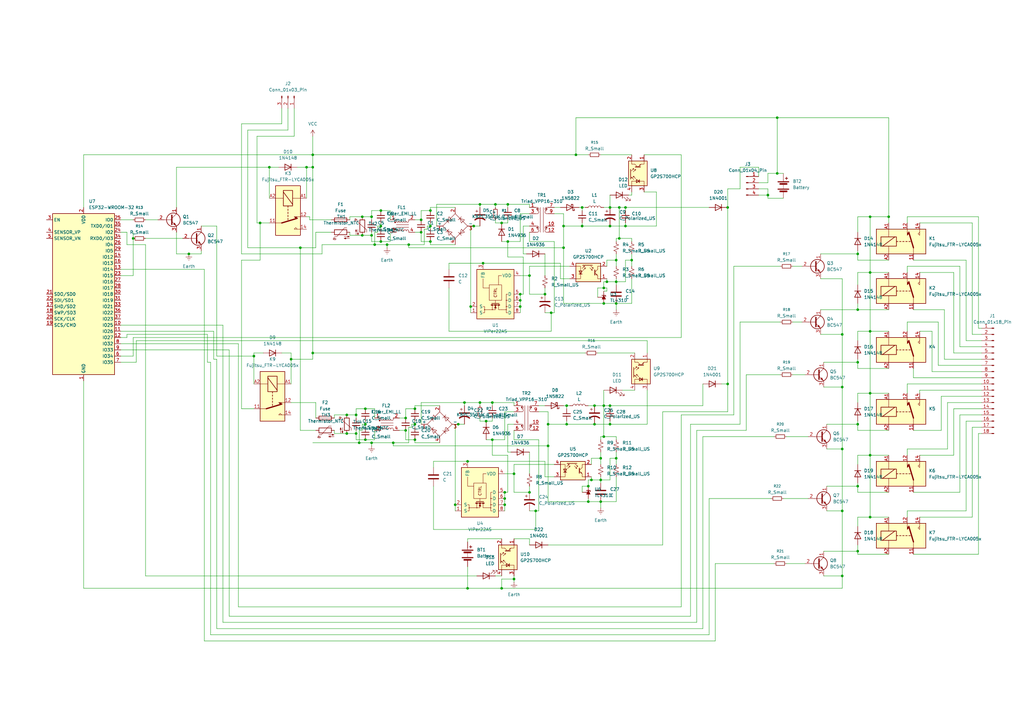
<source format=kicad_sch>
(kicad_sch (version 20250114) (generator "eeschema") (generator_version "9.0")
  (paper "A3")
  (lib_symbols
    (symbol "Connector:Conn_01x03_Pin" (pin_names (offset 1.016) (hide yes))
      (property "Reference" "J" (at 0 5.08 0))
      (property "Value" "Conn_01x03_Pin" (at 0 -5.08 0))
      (symbol "Conn_01x03_Pin_1_1"
        (pin passive line (at 5.08 2.54 180) (length 3.81) (name "Pin_1") (number "1"))
        (pin passive line (at 5.08 0 180) (length 3.81) (name "Pin_2") (number "2"))
        (pin passive line (at 5.08 -2.54 180) (length 3.81) (name "Pin_3") (number "3"))
      )
    )
    (symbol "Connector:Conn_01x04_Pin" (pin_names (offset 1.016) (hide yes))
      (property "Reference" "J" (at 0 5.08 0))
      (property "Value" "Conn_01x04_Pin" (at 0 -7.62 0))
      (symbol "Conn_01x04_Pin_1_1"
        (pin passive line (at 5.08 2.54 180) (length 3.81) (name "Pin_1") (number "1"))
        (pin passive line (at 5.08 0 180) (length 3.81) (name "Pin_2") (number "2"))
        (pin passive line (at 5.08 -2.54 180) (length 3.81) (name "Pin_3") (number "3"))
        (pin passive line (at 5.08 -5.08 180) (length 3.81) (name "Pin_4") (number "4"))
      )
    )
    (symbol "Connector:Conn_01x18_Pin" (pin_names (offset 1.016) (hide yes))
      (property "Reference" "J" (at 0 22.86 0))
      (property "Value" "Conn_01x18_Pin" (at 0 -25.4 0))
      (symbol "Conn_01x18_Pin_1_1"
        (pin passive line (at 5.08 20.32 180) (length 3.81) (name "Pin_1") (number "1"))
        (pin passive line (at 5.08 17.78 180) (length 3.81) (name "Pin_2") (number "2"))
        (pin passive line (at 5.08 15.24 180) (length 3.81) (name "Pin_3") (number "3"))
        (pin passive line (at 5.08 12.7 180) (length 3.81) (name "Pin_4") (number "4"))
        (pin passive line (at 5.08 10.16 180) (length 3.81) (name "Pin_5") (number "5"))
        (pin passive line (at 5.08 7.62 180) (length 3.81) (name "Pin_6") (number "6"))
        (pin passive line (at 5.08 5.08 180) (length 3.81) (name "Pin_7") (number "7"))
        (pin passive line (at 5.08 2.54 180) (length 3.81) (name "Pin_8") (number "8"))
        (pin passive line (at 5.08 0 180) (length 3.81) (name "Pin_9") (number "9"))
        (pin passive line (at 5.08 -2.54 180) (length 3.81) (name "Pin_10") (number "10"))
        (pin passive line (at 5.08 -5.08 180) (length 3.81) (name "Pin_11") (number "11"))
        (pin passive line (at 5.08 -7.62 180) (length 3.81) (name "Pin_12") (number "12"))
        (pin passive line (at 5.08 -10.16 180) (length 3.81) (name "Pin_13") (number "13"))
        (pin passive line (at 5.08 -12.7 180) (length 3.81) (name "Pin_14") (number "14"))
        (pin passive line (at 5.08 -15.24 180) (length 3.81) (name "Pin_15") (number "15"))
        (pin passive line (at 5.08 -17.78 180) (length 3.81) (name "Pin_16") (number "16"))
        (pin passive line (at 5.08 -20.32 180) (length 3.81) (name "Pin_17") (number "17"))
        (pin passive line (at 5.08 -22.86 180) (length 3.81) (name "Pin_18") (number "18"))
      )
    )
    (symbol "Device:Battery" (pin_numbers (hide yes)) (pin_names (offset 0) (hide yes))
      (property "Reference" "BT" (at 2.54 2.54 0))
      (property "Value" "Battery" (at 2.54 0 0))
      (symbol "Battery_1_1"
        (pin passive line (at 0 5.08 270) (length 2.54) (name "+") (number "1"))
        (pin passive line (at 0 -5.08 90) (length 2.54) (name "-") (number "2"))
      )
    )
    (symbol "Device:C" (pin_numbers (hide yes)) (pin_names (offset 0.254))
      (property "Reference" "C" (at 0.635 2.54 0))
      (property "Value" "C" (at 0.635 -2.54 0))
      (symbol "C_1_1"
        (pin passive line (at 0 3.81 270) (length 2.794) (name "~") (number "1"))
        (pin passive line (at 0 -3.81 90) (length 2.794) (name "~") (number "2"))
      )
    )
    (symbol "Device:C_Polarized_US" (pin_numbers (hide yes)) (pin_names (offset 0.254) (hide yes))
      (property "Reference" "C" (at 0.635 2.54 0))
      (property "Value" "C_Polarized_US" (at 0.635 -2.54 0))
      (symbol "C_Polarized_US_1_1"
        (pin passive line (at 0 3.81 270) (length 2.794) (name "~") (number "1"))
        (pin passive line (at 0 -3.81 90) (length 3.302) (name "~") (number "2"))
      )
    )
    (symbol "Device:C_Small" (pin_numbers (hide yes)) (pin_names (offset 0.254) (hide yes))
      (property "Reference" "C" (at 0.254 1.778 0))
      (property "Value" "C_Small" (at 0.254 -2.032 0))
      (symbol "C_Small_1_1"
        (pin passive line (at 0 2.54 270) (length 2.032) (name "~") (number "1"))
        (pin passive line (at 0 -2.54 90) (length 2.032) (name "~") (number "2"))
      )
    )
    (symbol "Device:Filter_EMI_LL" (pin_names (offset 0.254) (hide yes))
      (property "Reference" "FL" (at 0 4.445 0))
      (property "Value" "Filter_EMI_LL" (at 0 -4.445 0))
      (symbol "Filter_EMI_LL_1_1"
        (pin passive line (at -5.08 2.54 0) (length 2.54) (name "1") (number "1"))
        (pin passive line (at -5.08 -2.54 0) (length 2.54) (name "3") (number "3"))
        (pin passive line (at 5.08 2.54 180) (length 2.54) (name "2") (number "2"))
        (pin passive line (at 5.08 -2.54 180) (length 2.54) (name "4") (number "4"))
      )
    )
    (symbol "Device:Fuse" (pin_numbers (hide yes)) (pin_names (offset 0))
      (property "Reference" "F" (at 2.032 0 90))
      (property "Value" "Fuse" (at -1.905 0 90))
      (symbol "Fuse_1_1"
        (pin passive line (at 0 3.81 270) (length 1.27) (name "~") (number "1"))
        (pin passive line (at 0 -3.81 90) (length 1.27) (name "~") (number "2"))
      )
    )
    (symbol "Device:L" (pin_numbers (hide yes)) (pin_names (offset 1.016) (hide yes))
      (property "Reference" "L" (at -1.27 0 90))
      (property "Value" "L" (at 1.905 0 90))
      (symbol "L_1_1"
        (pin passive line (at 0 3.81 270) (length 1.27) (name "1") (number "1"))
        (pin passive line (at 0 -3.81 90) (length 1.27) (name "2") (number "2"))
      )
    )
    (symbol "Device:LED" (pin_numbers (hide yes)) (pin_names (offset 1.016) (hide yes))
      (property "Reference" "D" (at 0 2.54 0))
      (property "Value" "LED" (at 0 -2.54 0))
      (symbol "LED_1_1"
        (pin passive line (at -3.81 0 0) (length 2.54) (name "K") (number "1"))
        (pin passive line (at 3.81 0 180) (length 2.54) (name "A") (number "2"))
      )
    )
    (symbol "Device:R_Small" (pin_numbers (hide yes)) (pin_names (offset 0.254) (hide yes))
      (property "Reference" "R" (at 0 0 90))
      (property "Value" "R_Small" (at 1.778 0 90))
      (symbol "R_Small_1_1"
        (pin passive line (at 0 2.54 270) (length 0.762) (name "~") (number "1"))
        (pin passive line (at 0 -2.54 90) (length 0.762) (name "~") (number "2"))
      )
    )
    (symbol "Device:R_Small_US" (pin_numbers (hide yes)) (pin_names (offset 0.254) (hide yes))
      (property "Reference" "R" (at 0.762 0.508 0))
      (property "Value" "R_Small_US" (at 0.762 -1.016 0))
      (symbol "R_Small_US_1_1"
        (pin passive line (at 0 2.54 270) (length 1.016) (name "~") (number "1"))
        (pin passive line (at 0 -2.54 90) (length 1.016) (name "~") (number "2"))
      )
    )
    (symbol "Device:Thermistor_NTC" (pin_numbers (hide yes)) (pin_names (offset 0))
      (property "Reference" "TH" (at -4.445 0 90))
      (property "Value" "Thermistor_NTC" (at 3.175 0 90))
      (symbol "Thermistor_NTC_1_1"
        (pin passive line (at 0 3.81 270) (length 1.27) (name "~") (number "1"))
        (pin passive line (at 0 -3.81 90) (length 1.27) (name "~") (number "2"))
      )
    )
    (symbol "Diode:1N4001" (pin_numbers (hide yes)) (pin_names (hide yes))
      (property "Reference" "D" (at 0 2.54 0))
      (property "Value" "1N4001" (at 0 -2.54 0))
      (symbol "1N4001_1_1"
        (pin passive line (at -3.81 0 0) (length 2.54) (name "K") (number "1"))
        (pin passive line (at 3.81 0 180) (length 2.54) (name "A") (number "2"))
      )
    )
    (symbol "Diode:1N4148" (pin_numbers (hide yes)) (pin_names (hide yes))
      (property "Reference" "D" (at 0 2.54 0))
      (property "Value" "1N4148" (at 0 -2.54 0))
      (symbol "1N4148_1_1"
        (pin passive line (at -3.81 0 0) (length 2.54) (name "K") (number "1"))
        (pin passive line (at 3.81 0 180) (length 2.54) (name "A") (number "2"))
      )
    )
    (symbol "Diode:1N4936" (pin_numbers (hide yes)) (pin_names (hide yes))
      (property "Reference" "D" (at 0 2.54 0))
      (property "Value" "1N4936" (at 0 -2.54 0))
      (symbol "1N4936_1_1"
        (pin passive line (at -3.81 0 0) (length 2.54) (name "K") (number "1"))
        (pin passive line (at 3.81 0 180) (length 2.54) (name "A") (number "2"))
      )
    )
    (symbol "Diode:1N5822" (pin_numbers (hide yes)) (pin_names (offset 1.016) (hide yes))
      (property "Reference" "D" (at 0 2.54 0))
      (property "Value" "1N5822" (at 0 -2.54 0))
      (symbol "1N5822_1_1"
        (pin passive line (at -3.81 0 0) (length 2.54) (name "K") (number "1"))
        (pin passive line (at 3.81 0 180) (length 2.54) (name "A") (number "2"))
      )
    )
    (symbol "Diode_Bridge:KBPC3501W" (pin_names (offset 0))
      (property "Reference" "D" (at 7.62 7.62 0))
      (property "Value" "KBPC3501W" (at 7.62 5.08 0))
      (symbol "KBPC3501W_1_1"
        (pin passive line (at -7.62 0 0) (length 2.54) (name "-") (number "3"))
        (pin passive line (at 0 7.62 270) (length 2.54) (name "~") (number "4"))
        (pin passive line (at 0 -7.62 90) (length 2.54) (name "~") (number "2"))
        (pin passive line (at 7.62 0 180) (length 2.54) (name "+") (number "1"))
      )
    )
    (symbol "RF_Module:ESP32-WROOM-32"
      (property "Reference" "U" (at -12.7 34.29 0))
      (property "Value" "ESP32-WROOM-32" (at 1.27 34.29 0))
      (symbol "ESP32-WROOM-32_1_1"
        (pin input line (at -15.24 30.48 0) (length 2.54) (name "EN") (number "3"))
        (pin input line (at -15.24 25.4 0) (length 2.54) (name "SENSOR_VP") (number "4"))
        (pin input line (at -15.24 22.86 0) (length 2.54) (name "SENSOR_VN") (number "5"))
        (pin bidirectional line (at -15.24 0 0) (length 2.54) (name "SDO/SD0") (number "21"))
        (pin bidirectional line (at -15.24 -2.54 0) (length 2.54) (name "SDI/SD1") (number "22"))
        (pin bidirectional line (at -15.24 -5.08 0) (length 2.54) (name "SHD/SD2") (number "17"))
        (pin bidirectional line (at -15.24 -7.62 0) (length 2.54) (name "SWP/SD3") (number "18"))
        (pin bidirectional line (at -15.24 -10.16 0) (length 2.54) (name "SCK/CLK") (number "20"))
        (pin bidirectional line (at -15.24 -12.7 0) (length 2.54) (name "SCS/CMD") (number "19"))
        (pin no_connect line (at -12.7 -27.94 0) (length 2.54) (hide yes) (name "NC") (number "32"))
        (pin power_in line (at 0 35.56 270) (length 2.54) (name "VDD") (number "2"))
        (pin power_in line (at 0 -35.56 90) (length 2.54) (name "GND") (number "1"))
        (pin passive line (at 0 -35.56 90) (length 2.54) (hide yes) (name "GND") (number "15"))
        (pin passive line (at 0 -35.56 90) (length 2.54) (hide yes) (name "GND") (number "38"))
        (pin passive line (at 0 -35.56 90) (length 2.54) (hide yes) (name "GND") (number "39"))
        (pin bidirectional line (at 15.24 30.48 180) (length 2.54) (name "IO0") (number "25"))
        (pin bidirectional line (at 15.24 27.94 180) (length 2.54) (name "TXD0/IO1") (number "35"))
        (pin bidirectional line (at 15.24 25.4 180) (length 2.54) (name "IO2") (number "24"))
        (pin bidirectional line (at 15.24 22.86 180) (length 2.54) (name "RXD0/IO3") (number "34"))
        (pin bidirectional line (at 15.24 20.32 180) (length 2.54) (name "IO4") (number "26"))
        (pin bidirectional line (at 15.24 17.78 180) (length 2.54) (name "IO5") (number "29"))
        (pin bidirectional line (at 15.24 15.24 180) (length 2.54) (name "IO12") (number "14"))
        (pin bidirectional line (at 15.24 12.7 180) (length 2.54) (name "IO13") (number "16"))
        (pin bidirectional line (at 15.24 10.16 180) (length 2.54) (name "IO14") (number "13"))
        (pin bidirectional line (at 15.24 7.62 180) (length 2.54) (name "IO15") (number "23"))
        (pin bidirectional line (at 15.24 5.08 180) (length 2.54) (name "IO16") (number "27"))
        (pin bidirectional line (at 15.24 2.54 180) (length 2.54) (name "IO17") (number "28"))
        (pin bidirectional line (at 15.24 0 180) (length 2.54) (name "IO18") (number "30"))
        (pin bidirectional line (at 15.24 -2.54 180) (length 2.54) (name "IO19") (number "31"))
        (pin bidirectional line (at 15.24 -5.08 180) (length 2.54) (name "IO21") (number "33"))
        (pin bidirectional line (at 15.24 -7.62 180) (length 2.54) (name "IO22") (number "36"))
        (pin bidirectional line (at 15.24 -10.16 180) (length 2.54) (name "IO23") (number "37"))
        (pin bidirectional line (at 15.24 -12.7 180) (length 2.54) (name "IO25") (number "10"))
        (pin bidirectional line (at 15.24 -15.24 180) (length 2.54) (name "IO26") (number "11"))
        (pin bidirectional line (at 15.24 -17.78 180) (length 2.54) (name "IO27") (number "12"))
        (pin bidirectional line (at 15.24 -20.32 180) (length 2.54) (name "IO32") (number "8"))
        (pin bidirectional line (at 15.24 -22.86 180) (length 2.54) (name "IO33") (number "9"))
        (pin input line (at 15.24 -25.4 180) (length 2.54) (name "IO34") (number "6"))
        (pin input line (at 15.24 -27.94 180) (length 2.54) (name "IO35") (number "7"))
      )
    )
    (symbol "Reference_Voltage:TL431D" (pin_numbers (hide yes)) (pin_names (hide yes))
      (property "Reference" "U" (at 0 -2.54 0))
      (property "Value" "TL431D" (at 0 -4.445 0))
      (symbol "TL431D_1_1"
        (pin passive line (at -2.54 0 0) (length 2.54) (name "A") (number "2"))
        (pin passive line (at -2.54 0 0) (length 2.54) (hide yes) (name "A") (number "3"))
        (pin passive line (at -2.54 0 0) (length 2.54) (hide yes) (name "A") (number "6"))
        (pin passive line (at -2.54 0 0) (length 2.54) (hide yes) (name "A") (number "7"))
        (pin passive line (at 0 2.54 270) (length 2.54) (name "REF") (number "8"))
        (pin passive line (at 2.54 0 180) (length 2.54) (name "K") (number "1"))
      )
    )
    (symbol "Regulator_Switching:VIPer22AS" (pin_names (offset 1.016))
      (property "Reference" "U" (at 11.43 6.35 0))
      (property "Value" "VIPer22AS" (at 11.43 3.81 0))
      (symbol "VIPer22AS_0_0"
        (text "CTRL" (at -0.635 0 0) (effects (font (size 1.1176 1.1176))))
      )
      (symbol "VIPer22AS_1_1"
        (pin input line (at -12.7 -5.08 0) (length 2.54) (name "FB") (number "3"))
        (pin power_in line (at -7.62 10.16 270) (length 2.54) (name "VDD") (number "4"))
        (pin passive line (at 0 10.16 270) (length 2.54) (name "D") (number "5"))
        (pin passive line (at 2.54 10.16 270) (length 2.54) (name "D") (number "6"))
        (pin passive line (at 5.08 10.16 270) (length 2.54) (name "D") (number "7"))
        (pin passive line (at 5.08 -10.16 90) (length 2.54) (name "S") (number "2"))
        (pin passive line (at 7.62 10.16 270) (length 2.54) (name "D") (number "8"))
        (pin passive line (at 7.62 -10.16 90) (length 2.54) (name "S") (number "1"))
      )
    )
    (symbol "Relay:Fujitsu_FTR-LYCA005x"
      (property "Reference" "K" (at 11.43 3.81 0))
      (property "Value" "Fujitsu_FTR-LYCA005x" (at 11.43 1.27 0))
      (symbol "Fujitsu_FTR-LYCA005x_1_1"
        (pin passive line (at -5.08 7.62 270) (length 2.54) (name "~") (number "A1"))
        (pin passive line (at -5.08 -7.62 90) (length 2.54) (name "~") (number "A2"))
        (pin passive line (at 2.54 7.62 270) (length 2.54) (name "~") (number "12"))
        (pin passive line (at 5.08 -7.62 90) (length 2.54) (name "~") (number "11"))
        (pin passive line (at 7.62 7.62 270) (length 2.54) (name "~") (number "14"))
      )
    )
    (symbol "Sensor_Proximity:GP2S700HCP" (pin_names (offset 0.0254) (hide yes))
      (property "Reference" "U" (at -3.81 5.08 0))
      (property "Value" "GP2S700HCP" (at 12.7 5.08 0))
      (symbol "GP2S700HCP_1_1"
        (pin passive line (at -7.62 2.54 0) (length 2.54) (name "A") (number "4"))
        (pin passive line (at -7.62 -2.54 0) (length 2.54) (name "K") (number "3"))
        (pin open_collector line (at 7.62 2.54 180) (length 2.54) (name "~") (number "2"))
        (pin open_emitter line (at 7.62 -2.54 180) (length 2.54) (name "~") (number "1"))
      )
    )
    (symbol "Transformer:Triad_VPP16-310"
      (property "Reference" "TR" (at 0 12.7 0))
      (property "Value" "Triad_VPP16-310" (at 0 10.16 0))
      (symbol "Triad_VPP16-310_0_0"
        (pin passive line (at -5.08 5.08 0) (length 2.54) (name "~") (number "1"))
        (pin passive line (at -5.08 2.54 0) (length 2.54) (name "~") (number "3"))
        (pin passive line (at -5.08 -2.54 0) (length 2.54) (name "~") (number "4"))
        (pin passive line (at -5.08 -5.08 0) (length 2.54) (name "~") (number "6"))
        (pin passive line (at 5.08 5.08 180) (length 2.54) (name "~") (number "7"))
        (pin passive line (at 5.08 2.54 180) (length 2.54) (name "~") (number "9"))
        (pin passive line (at 5.08 -2.54 180) (length 2.54) (name "~") (number "10"))
        (pin passive line (at 5.08 -5.08 180) (length 2.54) (name "~") (number "12"))
      )
    )
    (symbol "Transistor_BJT:BC547" (pin_names (offset 0) (hide yes))
      (property "Reference" "Q" (at 5.08 1.905 0))
      (property "Value" "BC547" (at 5.08 0 0))
      (symbol "BC547_1_1"
        (pin input line (at -5.08 0 0) (length 2.54) (name "B") (number "2"))
        (pin passive line (at 2.54 5.08 270) (length 2.54) (name "C") (number "1"))
        (pin passive line (at 2.54 -5.08 90) (length 2.54) (name "E") (number "3"))
      )
    )
    (symbol "power:Earth" (power) (pin_numbers (hide yes)) (pin_names (offset 0) (hide yes))
      (property "Value" "Earth" (at 0 -3.81 0))
      (symbol "Earth_1_1"
        (pin power_in line (at 0 0 270) (length 0) (name "~") (number "1"))
      )
    )
    (symbol "power:VCC" (power) (pin_numbers (hide yes)) (pin_names (offset 0) (hide yes))
      (property "Value" "VCC" (at 0 3.556 0))
      (symbol "VCC_1_1"
        (pin power_in line (at 0 0 90) (length 0) (name "~") (number "1"))
      )
    )
  )
  (junction (at 156.21 99.06))
  (junction (at 364.49 88.9))
  (junction (at 224.79 173.99))
  (junction (at 148.59 96.52))
  (junction (at 247.65 124.46))
  (junction (at 123.19 101.6))
  (junction (at 77.47 104.14))
  (junction (at 166.37 176.53))
  (junction (at 148.59 88.9))
  (junction (at 207.01 204.47))
  (junction (at 153.67 100.33))
  (junction (at 345.44 158.75))
  (junction (at 243.84 166.37))
  (junction (at 172.72 95.25))
  (junction (at 241.3 199.39))
  (junction (at 351.79 104.14))
  (junction (at 217.17 201.93))
  (junction (at 158.75 100.33))
  (junction (at 238.76 92.71))
  (junction (at 246.38 187.96))
  (junction (at 208.28 99.06))
  (junction (at 238.76 85.09))
  (junction (at 252.73 115.57))
  (junction (at 250.19 92.71))
  (junction (at 213.36 120.65))
  (junction (at 149.86 167.64))
  (junction (at 356.87 161.29))
  (junction (at 256.54 92.71))
  (junction (at 104.14 146.05))
  (junction (at 54.61 97.79))
  (junction (at 243.84 173.99))
  (junction (at 256.54 85.09))
  (junction (at 142.24 177.8))
  (junction (at 345.44 236.22))
  (junction (at 128.27 144.78))
  (junction (at 250.19 166.37))
  (junction (at 231.14 101.6))
  (junction (at 176.53 86.36))
  (junction (at 252.73 106.68))
  (junction (at 246.38 205.74))
  (junction (at 345.44 209.55))
  (junction (at 298.45 85.09))
  (junction (at 219.71 209.55))
  (junction (at 196.85 83.82))
  (junction (at 223.52 120.65))
  (junction (at 156.21 92.71))
  (junction (at 172.72 90.17))
  (junction (at 146.05 177.8))
  (junction (at 191.77 189.23))
  (junction (at 246.38 196.85))
  (junction (at 254 97.79))
  (junction (at 351.79 148.59))
  (junction (at 356.87 111.76))
  (junction (at 198.12 107.95))
  (junction (at 210.82 237.49))
  (junction (at 356.87 88.9))
  (junction (at 298.45 157.48))
  (junction (at 207.01 201.93))
  (junction (at 152.4 181.61))
  (junction (at 152.4 96.52))
  (junction (at 106.68 91.44))
  (junction (at 210.82 194.31))
  (junction (at 226.06 128.27))
  (junction (at 156.21 86.36))
  (junction (at 356.87 135.89))
  (junction (at 351.79 226.06))
  (junction (at 254 85.09))
  (junction (at 193.04 125.73))
  (junction (at 345.44 137.16))
  (junction (at 149.86 180.34))
  (junction (at 250.19 85.09))
  (junction (at 167.64 100.33))
  (junction (at 128.27 63.5))
  (junction (at 149.86 173.99))
  (junction (at 232.41 166.37))
  (junction (at 191.77 241.3))
  (junction (at 247.65 118.11))
  (junction (at 252.73 187.96))
  (junction (at 142.24 170.18))
  (junction (at 176.53 92.71))
  (junction (at 170.18 167.64))
  (junction (at 125.73 68.58))
  (junction (at 318.77 71.12))
  (junction (at 146.05 170.18))
  (junction (at 201.93 180.34))
  (junction (at 252.73 124.46))
  (junction (at 110.49 68.58))
  (junction (at 176.53 99.06))
  (junction (at 232.41 173.99))
  (junction (at 205.74 241.3))
  (junction (at 166.37 171.45))
  (junction (at 351.79 199.39))
  (junction (at 351.79 173.99))
  (junction (at 208.28 83.82))
  (junction (at 356.87 212.09))
  (junction (at 161.29 181.61))
  (junction (at 250.19 173.99))
  (junction (at 119.38 147.32))
  (junction (at 247.65 179.07))
  (junction (at 207.01 207.01))
  (junction (at 213.36 125.73))
  (junction (at 356.87 186.69))
  (junction (at 199.39 172.72))
  (junction (at 128.27 68.58))
  (junction (at 345.44 184.15))
  (junction (at 318.77 48.26))
  (junction (at 217.17 113.03))
  (junction (at 247.65 166.37))
  (junction (at 236.22 63.5))
  (junction (at 147.32 181.61))
  (junction (at 196.85 165.1))
  (junction (at 203.2 83.82))
  (junction (at 186.69 207.01))
  (junction (at 241.3 205.74))
  (junction (at 248.92 115.57))
  (junction (at 242.57 196.85))
  (junction (at 259.08 106.68))
  (junction (at 170.18 180.34))
  (junction (at 194.31 92.71))
  (junction (at 224.79 182.88))
  (junction (at 314.96 80.01))
  (junction (at 205.74 91.44))
  (junction (at 231.14 92.71))
  (junction (at 201.93 165.1))
  (junction (at 187.96 173.99))
  (junction (at 351.79 127))
  (junction (at 170.18 173.99))
  (junction (at 152.4 88.9))
  (junction (at 213.36 123.19))
  (junction (at 190.5 165.1))
  (wire (pts (xy 303.53 68.58) (xy 311.15 68.58)))
  (wire (pts (xy 214.63 120.65) (xy 214.63 105.41)))
  (wire (pts (xy 207.01 168.91) (xy 207.01 180.34)))
  (wire (pts (xy 175.26 93.98) (xy 175.26 92.71)))
  (wire (pts (xy 252.73 104.14) (xy 252.73 106.68)))
  (wire (pts (xy 217.17 92.71) (xy 214.63 92.71)))
  (wire (pts (xy 161.29 181.61) (xy 167.64 181.61)))
  (wire (pts (xy 101.6 101.6) (xy 123.19 101.6)))
  (wire (pts (xy 119.38 147.32) (xy 119.38 144.78)))
  (wire (pts (xy 336.55 104.14) (xy 351.79 104.14)))
  (wire (pts (xy 85.09 137.16) (xy 85.09 148.59)))
  (wire (pts (xy 149.86 180.34) (xy 146.05 180.34)))
  (wire (pts (xy 203.2 236.22) (xy 205.74 236.22)))
  (wire (pts (xy 201.93 171.45) (xy 201.93 172.72)))
  (wire (pts (xy 246.38 205.74) (xy 252.73 205.74)))
  (wire (pts (xy 49.53 113.03) (xy 54.61 113.03)))
  (wire (pts (xy 146.05 176.53) (xy 146.05 177.8)))
  (wire (pts (xy 337.82 236.22) (xy 345.44 236.22)))
  (wire (pts (xy 246.38 195.58) (xy 246.38 196.85)))
  (wire (pts (xy 160.02 90.17) (xy 160.02 86.36)))
  (wire (pts (xy 252.73 115.57) (xy 256.54 115.57)))
  (wire (pts (xy 213.36 99.06) (xy 208.28 99.06)))
  (wire (pts (xy 351.79 104.14) (xy 351.79 106.68)))
  (wire (pts (xy 374.65 201.93) (xy 393.7 201.93)))
  (wire (pts (xy 283.21 252.73) (xy 93.98 252.73)))
  (wire (pts (xy 229.87 107.95) (xy 229.87 114.3)))
  (wire (pts (xy 104.14 144.78) (xy 107.95 144.78)))
  (wire (pts (xy 351.79 139.7) (xy 351.79 135.89)))
  (wire (pts (xy 91.44 133.35) (xy 91.44 255.27)))
  (wire (pts (xy 320.04 132.08) (xy 303.53 132.08)))
  (wire (pts (xy 186.69 207.01) (xy 186.69 173.99)))
  (wire (pts (xy 220.98 166.37) (xy 223.52 166.37)))
  (wire (pts (xy 177.8 191.77) (xy 177.8 189.23)))
  (wire (pts (xy 217.17 87.63) (xy 213.36 87.63)))
  (wire (pts (xy 186.69 207.01) (xy 186.69 209.55)))
  (wire (pts (xy 49.53 110.49) (xy 83.82 110.49)))
  (wire (pts (xy 314.96 81.28) (xy 321.31 81.28)))
  (wire (pts (xy 110.49 91.44) (xy 106.68 91.44)))
  (wire (pts (xy 386.08 162.56) (xy 402.59 162.56)))
  (wire (pts (xy 170.18 173.99) (xy 170.18 175.26)))
  (wire (pts (xy 337.82 158.75) (xy 345.44 158.75)))
  (wire (pts (xy 247.65 115.57) (xy 247.65 118.11)))
  (wire (pts (xy 374.65 176.53) (xy 386.08 176.53)))
  (wire (pts (xy 210.82 166.37) (xy 210.82 165.1)))
  (wire (pts (xy 153.67 95.25) (xy 154.94 95.25)))
  (wire (pts (xy 246.38 179.07) (xy 246.38 180.34)))
  (wire (pts (xy 279.4 248.92) (xy 279.4 170.18)))
  (wire (pts (xy 374.65 227.33) (xy 401.32 227.33)))
  (wire (pts (xy 86.36 260.35) (xy 290.83 260.35)))
  (wire (pts (xy 148.59 88.9) (xy 152.4 88.9)))
  (wire (pts (xy 173.99 100.33) (xy 173.99 93.98)))
  (wire (pts (xy 356.87 186.69) (xy 364.49 186.69)))
  (wire (pts (xy 153.67 171.45) (xy 153.67 167.64)))
  (wire (pts (xy 300.99 170.18) (xy 300.99 109.22)))
  (wire (pts (xy 207.01 180.34) (xy 201.93 180.34)))
  (wire (pts (xy 156.21 99.06) (xy 160.02 99.06)))
  (wire (pts (xy 147.32 176.53) (xy 148.59 176.53)))
  (wire (pts (xy 351.79 173.99) (xy 351.79 176.53)))
  (wire (pts (xy 402.59 172.72) (xy 396.24 172.72)))
  (wire (pts (xy 306.07 153.67) (xy 320.04 153.67)))
  (wire (pts (xy 241.3 204.47) (xy 241.3 205.74)))
  (wire (pts (xy 227.33 99.06) (xy 227.33 128.27)))
  (wire (pts (xy 88.9 146.05) (xy 88.9 92.71)))
  (wire (pts (xy 339.09 173.99) (xy 351.79 173.99)))
  (wire (pts (xy 387.35 147.32) (xy 387.35 127)))
  (wire (pts (xy 217.17 201.93) (xy 210.82 201.93)))
  (wire (pts (xy 298.45 77.47) (xy 298.45 85.09)))
  (wire (pts (xy 256.54 92.71) (xy 269.24 92.71)))
  (wire (pts (xy 128.27 147.32) (xy 119.38 147.32)))
  (wire (pts (xy 372.11 109.22) (xy 372.11 111.76)))
  (wire (pts (xy 269.24 78.74) (xy 269.24 92.71)))
  (wire (pts (xy 186.69 85.09) (xy 176.53 85.09)))
  (wire (pts (xy 137.16 176.53) (xy 137.16 177.8)))
  (wire (pts (xy 237.49 85.09) (xy 238.76 85.09)))
  (wire (pts (xy 173.99 93.98) (xy 175.26 93.98)))
  (wire (pts (xy 125.73 68.58) (xy 125.73 81.28)))
  (wire (pts (xy 248.92 115.57) (xy 252.73 115.57)))
  (wire (pts (xy 351.79 165.1) (xy 351.79 161.29)))
  (wire (pts (xy 146.05 171.45) (xy 146.05 170.18)))
  (wire (pts (xy 250.19 80.01) (xy 250.19 85.09)))
  (wire (pts (xy 256.54 85.09) (xy 254 85.09)))
  (wire (pts (xy 137.16 170.18) (xy 137.16 171.45)))
  (wire (pts (xy 129.54 176.53) (xy 123.19 176.53)))
  (wire (pts (xy 337.82 226.06) (xy 351.79 226.06)))
  (wire (pts (xy 156.21 99.06) (xy 152.4 99.06)))
  (wire (pts (xy 208.28 91.44) (xy 205.74 91.44)))
  (wire (pts (xy 208.28 99.06) (xy 205.74 99.06)))
  (wire (pts (xy 290.83 204.47) (xy 316.23 204.47)))
  (wire (pts (xy 398.78 91.44) (xy 398.78 137.16)))
  (wire (pts (xy 34.29 63.5) (xy 34.29 85.09)))
  (wire (pts (xy 119.38 157.48) (xy 119.38 147.32)))
  (wire (pts (xy 118.11 53.34) (xy 101.6 53.34)))
  (wire (pts (xy 248.92 119.38) (xy 248.92 118.11)))
  (wire (pts (xy 184.15 110.49) (xy 184.15 107.95)))
  (wire (pts (xy 193.04 92.71) (xy 194.31 92.71)))
  (wire (pts (xy 224.79 168.91) (xy 224.79 173.99)))
  (wire (pts (xy 388.62 165.1) (xy 402.59 165.1)))
  (wire (pts (xy 265.43 160.02) (xy 265.43 173.99)))
  (wire (pts (xy 231.14 166.37) (xy 232.41 166.37)))
  (wire (pts (xy 34.29 241.3) (xy 191.77 241.3)))
  (wire (pts (xy 208.28 185.42) (xy 209.55 185.42)))
  (wire (pts (xy 172.72 95.25) (xy 172.72 99.06)))
  (wire (pts (xy 351.79 176.53) (xy 364.49 176.53)))
  (wire (pts (xy 125.73 88.9) (xy 127 88.9)))
  (wire (pts (xy 163.83 171.45) (xy 166.37 171.45)))
  (wire (pts (xy 247.65 166.37) (xy 250.19 166.37)))
  (wire (pts (xy 246.38 196.85) (xy 250.19 196.85)))
  (wire (pts (xy 163.83 176.53) (xy 166.37 176.53)))
  (wire (pts (xy 303.53 77.47) (xy 303.53 68.58)))
  (wire (pts (xy 391.16 144.78) (xy 402.59 144.78)))
  (wire (pts (xy 149.86 173.99) (xy 149.86 175.26)))
  (wire (pts (xy 382.27 152.4) (xy 402.59 152.4)))
  (wire (pts (xy 99.06 167.64) (xy 104.14 167.64)))
  (wire (pts (xy 396.24 106.68) (xy 374.65 106.68)))
  (wire (pts (xy 248.92 115.57) (xy 247.65 115.57)))
  (wire (pts (xy 226.06 135.89) (xy 226.06 128.27)))
  (wire (pts (xy 256.54 115.57) (xy 256.54 106.68)))
  (wire (pts (xy 288.29 179.07) (xy 288.29 257.81)))
  (wire (pts (xy 213.36 120.65) (xy 214.63 120.65)))
  (wire (pts (xy 364.49 212.09) (xy 356.87 212.09)))
  (wire (pts (xy 372.11 186.69) (xy 372.11 184.15)))
  (wire (pts (xy 402.59 154.94) (xy 374.65 154.94)))
  (wire (pts (xy 170.18 181.61) (xy 170.18 180.34)))
  (wire (pts (xy 364.49 88.9) (xy 364.49 91.44)))
  (wire (pts (xy 223.52 195.58) (xy 227.33 195.58)))
  (wire (pts (xy 214.63 105.41) (xy 208.28 105.41)))
  (wire (pts (xy 125.73 68.58) (xy 128.27 68.58)))
  (wire (pts (xy 93.98 252.73) (xy 93.98 143.51)))
  (wire (pts (xy 88.9 147.32) (xy 87.63 147.32)))
  (wire (pts (xy 210.82 237.49) (xy 210.82 238.76)))
  (wire (pts (xy 158.75 100.33) (xy 158.75 101.6)))
  (wire (pts (xy 196.85 83.82) (xy 196.85 85.09)))
  (wire (pts (xy 279.4 170.18) (xy 300.99 170.18)))
  (wire (pts (xy 128.27 144.78) (xy 240.03 144.78)))
  (wire (pts (xy 72.39 95.25) (xy 72.39 104.14)))
  (wire (pts (xy 161.29 182.88) (xy 161.29 181.61)))
  (wire (pts (xy 143.51 88.9) (xy 143.51 90.17)))
  (wire (pts (xy 386.08 176.53) (xy 386.08 162.56)))
  (wire (pts (xy 356.87 88.9) (xy 356.87 111.76)))
  (wire (pts (xy 238.76 199.39) (xy 241.3 199.39)))
  (wire (pts (xy 208.28 90.17) (xy 208.28 91.44)))
  (wire (pts (xy 393.7 170.18) (xy 393.7 201.93)))
  (wire (pts (xy 118.11 44.45) (xy 118.11 53.34)))
  (wire (pts (xy 387.35 127) (xy 374.65 127)))
  (wire (pts (xy 336.55 114.3) (xy 345.44 114.3)))
  (wire (pts (xy 300.99 109.22) (xy 320.04 109.22)))
  (wire (pts (xy 351.79 135.89) (xy 356.87 135.89)))
  (wire (pts (xy 279.4 63.5) (xy 264.16 63.5)))
  (wire (pts (xy 351.79 106.68) (xy 364.49 106.68)))
  (wire (pts (xy 356.87 111.76) (xy 364.49 111.76)))
  (wire (pts (xy 252.73 114.3) (xy 252.73 115.57)))
  (wire (pts (xy 398.78 137.16) (xy 402.59 137.16)))
  (wire (pts (xy 142.24 170.18) (xy 137.16 170.18)))
  (wire (pts (xy 129.54 165.1) (xy 129.54 171.45)))
  (wire (pts (xy 128.27 55.88) (xy 128.27 63.5)))
  (wire (pts (xy 401.32 134.62) (xy 401.32 88.9)))
  (wire (pts (xy 203.2 91.44) (xy 205.74 91.44)))
  (wire (pts (xy 72.39 68.58) (xy 110.49 68.58)))
  (wire (pts (xy 293.37 231.14) (xy 293.37 262.89)))
  (wire (pts (xy 396.24 139.7) (xy 396.24 106.68)))
  (wire (pts (xy 210.82 173.99) (xy 208.28 173.99)))
  (wire (pts (xy 224.79 182.88) (xy 224.79 205.74)))
  (wire (pts (xy 351.79 186.69) (xy 356.87 186.69)))
  (wire (pts (xy 384.81 132.08) (xy 372.11 132.08)))
  (wire (pts (xy 351.79 199.39) (xy 351.79 201.93)))
  (wire (pts (xy 374.65 154.94) (xy 374.65 151.13)))
  (wire (pts (xy 191.77 232.41) (xy 191.77 241.3)))
  (wire (pts (xy 231.14 92.71) (xy 238.76 92.71)))
  (wire (pts (xy 201.93 180.34) (xy 199.39 180.34)))
  (wire (pts (xy 179.07 92.71) (xy 179.07 83.82)))
  (wire (pts (xy 339.09 209.55) (xy 345.44 209.55)))
  (wire (pts (xy 351.79 147.32) (xy 351.79 148.59)))
  (wire (pts (xy 203.2 85.09) (xy 203.2 83.82)))
  (wire (pts (xy 377.19 91.44) (xy 398.78 91.44)))
  (wire (pts (xy 52.07 138.43) (xy 52.07 137.16)))
  (wire (pts (xy 351.79 172.72) (xy 351.79 173.99)))
  (wire (pts (xy 210.82 201.93) (xy 210.82 194.31)))
  (wire (pts (xy 123.19 101.6) (xy 129.54 101.6)))
  (wire (pts (xy 252.73 187.96) (xy 252.73 190.5)))
  (wire (pts (xy 231.14 101.6) (xy 167.64 101.6)))
  (wire (pts (xy 351.79 198.12) (xy 351.79 199.39)))
  (wire (pts (xy 351.79 201.93) (xy 364.49 201.93)))
  (wire (pts (xy 146.05 180.34) (xy 146.05 177.8)))
  (wire (pts (xy 217.17 109.22) (xy 233.68 109.22)))
  (wire (pts (xy 345.44 114.3) (xy 345.44 137.16)))
  (wire (pts (xy 241.3 63.5) (xy 236.22 63.5)))
  (wire (pts (xy 217.17 99.06) (xy 227.33 99.06)))
  (wire (pts (xy 252.73 179.07) (xy 252.73 180.34)))
  (wire (pts (xy 241.3 205.74) (xy 246.38 205.74)))
  (wire (pts (xy 252.73 97.79) (xy 252.73 99.06)))
  (wire (pts (xy 271.78 168.91) (xy 298.45 168.91)))
  (wire (pts (xy 194.31 92.71) (xy 196.85 92.71)))
  (wire (pts (xy 210.82 168.91) (xy 207.01 168.91)))
  (wire (pts (xy 356.87 161.29) (xy 364.49 161.29)))
  (wire (pts (xy 311.15 68.58) (xy 311.15 72.39)))
  (wire (pts (xy 208.28 85.09) (xy 208.28 83.82)))
  (wire (pts (xy 224.79 173.99) (xy 232.41 173.99)))
  (wire (pts (xy 49.53 95.25) (xy 52.07 95.25)))
  (wire (pts (xy 337.82 148.59) (xy 351.79 148.59)))
  (wire (pts (xy 156.21 91.44) (xy 156.21 92.71)))
  (wire (pts (xy 223.52 118.11) (xy 223.52 120.65)))
  (wire (pts (xy 149.86 167.64) (xy 153.67 167.64)))
  (wire (pts (xy 152.4 181.61) (xy 161.29 181.61)))
  (wire (pts (xy 283.21 173.99) (xy 283.21 252.73)))
  (wire (pts (xy 217.17 95.25) (xy 217.17 99.06)))
  (wire (pts (xy 252.73 115.57) (xy 252.73 116.84)))
  (wire (pts (xy 351.79 148.59) (xy 351.79 151.13)))
  (wire (pts (xy 288.29 257.81) (xy 88.9 257.81)))
  (wire (pts (xy 242.57 196.85) (xy 246.38 196.85)))
  (wire (pts (xy 170.18 166.37) (xy 170.18 167.64)))
  (wire (pts (xy 213.36 125.73) (xy 213.36 128.27)))
  (wire (pts (xy 259.08 97.79) (xy 259.08 99.06)))
  (wire (pts (xy 191.77 241.3) (xy 205.74 241.3)))
  (wire (pts (xy 339.09 199.39) (xy 351.79 199.39)))
  (wire (pts (xy 54.61 146.05) (xy 54.61 138.43)))
  (wire (pts (xy 252.73 106.68) (xy 252.73 109.22)))
  (wire (pts (xy 148.59 96.52) (xy 152.4 96.52)))
  (wire (pts (xy 170.18 95.25) (xy 172.72 95.25)))
  (wire (pts (xy 152.4 90.17) (xy 152.4 88.9)))
  (wire (pts (xy 198.12 107.95) (xy 229.87 107.95)))
  (wire (pts (xy 250.19 167.64) (xy 250.19 166.37)))
  (wire (pts (xy 382.27 135.89) (xy 382.27 152.4)))
  (wire (pts (xy 213.36 123.19) (xy 213.36 125.73)))
  (wire (pts (xy 248.92 118.11) (xy 247.65 118.11)))
  (wire (pts (xy 128.27 63.5) (xy 128.27 68.58)))
  (wire (pts (xy 257.81 80.01) (xy 259.08 80.01)))
  (wire (pts (xy 152.4 99.06) (xy 152.4 96.52)))
  (wire (pts (xy 377.19 212.09) (xy 398.78 212.09)))
  (wire (pts (xy 207.01 194.31) (xy 210.82 194.31)))
  (wire (pts (xy 196.85 166.37) (xy 196.85 165.1)))
  (wire (pts (xy 372.11 157.48) (xy 372.11 161.29)))
  (wire (pts (xy 149.86 172.72) (xy 149.86 173.99)))
  (wire (pts (xy 168.91 173.99) (xy 170.18 173.99)))
  (wire (pts (xy 256.54 92.71) (xy 250.19 92.71)))
  (wire (pts (xy 377.19 111.76) (xy 391.16 111.76)))
  (wire (pts (xy 146.05 167.64) (xy 146.05 170.18)))
  (wire (pts (xy 184.15 135.89) (xy 226.06 135.89)))
  (wire (pts (xy 250.19 196.85) (xy 250.19 187.96)))
  (wire (pts (xy 246.38 196.85) (xy 246.38 198.12)))
  (wire (pts (xy 351.79 102.87) (xy 351.79 104.14)))
  (wire (pts (xy 49.53 138.43) (xy 52.07 138.43)))
  (wire (pts (xy 393.7 142.24) (xy 402.59 142.24)))
  (wire (pts (xy 248.92 114.3) (xy 248.92 115.57)))
  (wire (pts (xy 232.41 172.72) (xy 232.41 173.99)))
  (wire (pts (xy 351.79 227.33) (xy 364.49 227.33)))
  (wire (pts (xy 54.61 138.43) (xy 279.4 138.43)))
  (wire (pts (xy 176.53 91.44) (xy 176.53 92.71)))
  (wire (pts (xy 99.06 50.8) (xy 99.06 104.14)))
  (wire (pts (xy 356.87 111.76) (xy 356.87 135.89)))
  (wire (pts (xy 372.11 132.08) (xy 372.11 135.89)))
  (wire (pts (xy 391.16 167.64) (xy 402.59 167.64)))
  (wire (pts (xy 105.41 55.88) (xy 120.65 55.88)))
  (wire (pts (xy 213.36 113.03) (xy 217.17 113.03)))
  (wire (pts (xy 176.53 85.09) (xy 176.53 86.36)))
  (wire (pts (xy 148.59 88.9) (xy 143.51 88.9)))
  (wire (pts (xy 231.14 92.71) (xy 231.14 101.6)))
  (wire (pts (xy 129.54 95.25) (xy 135.89 95.25)))
  (wire (pts (xy 160.02 95.25) (xy 160.02 99.06)))
  (wire (pts (xy 34.29 156.21) (xy 34.29 241.3)))
  (wire (pts (xy 223.52 104.14) (xy 223.52 113.03)))
  (wire (pts (xy 201.93 180.34) (xy 201.93 186.69)))
  (wire (pts (xy 246.38 63.5) (xy 259.08 63.5)))
  (wire (pts (xy 153.67 100.33) (xy 153.67 95.25)))
  (wire (pts (xy 167.64 100.33) (xy 173.99 100.33)))
  (wire (pts (xy 170.18 172.72) (xy 170.18 173.99)))
  (wire (pts (xy 238.76 199.39) (xy 238.76 201.93)))
  (wire (pts (xy 119.38 165.1) (xy 129.54 165.1)))
  (wire (pts (xy 49.53 133.35) (xy 91.44 133.35)))
  (wire (pts (xy 207.01 207.01) (xy 207.01 209.55)))
  (wire (pts (xy 101.6 53.34) (xy 101.6 101.6)))
  (wire (pts (xy 97.79 140.97) (xy 97.79 248.92)))
  (wire (pts (xy 398.78 212.09) (xy 398.78 175.26)))
  (wire (pts (xy 201.93 165.1) (xy 196.85 165.1)))
  (wire (pts (xy 97.79 248.92) (xy 279.4 248.92)))
  (wire (pts (xy 377.19 135.89) (xy 382.27 135.89)))
  (wire (pts (xy 238.76 85.09) (xy 238.76 86.36)))
  (wire (pts (xy 236.22 63.5) (xy 236.22 48.26)))
  (wire (pts (xy 205.74 241.3) (xy 205.74 237.49)))
  (wire (pts (xy 115.57 44.45) (xy 115.57 50.8)))
  (wire (pts (xy 238.76 85.09) (xy 240.03 85.09)))
  (wire (pts (xy 132.08 100.33) (xy 153.67 100.33)))
  (wire (pts (xy 336.55 127) (xy 351.79 127)))
  (wire (pts (xy 351.79 223.52) (xy 351.79 226.06)))
  (wire (pts (xy 271.78 223.52) (xy 271.78 168.91)))
  (wire (pts (xy 238.76 91.44) (xy 238.76 92.71)))
  (wire (pts (xy 208.28 186.69) (xy 201.93 186.69)))
  (wire (pts (xy 128.27 63.5) (xy 34.29 63.5)))
  (wire (pts (xy 120.65 55.88) (xy 120.65 44.45)))
  (wire (pts (xy 318.77 48.26) (xy 318.77 71.12)))
  (wire (pts (xy 236.22 48.26) (xy 318.77 48.26)))
  (wire (pts (xy 49.53 146.05) (xy 54.61 146.05)))
  (wire (pts (xy 393.7 142.24) (xy 393.7 109.22)))
  (wire (pts (xy 232.41 166.37) (xy 232.41 167.64)))
  (wire (pts (xy 210.82 220.98) (xy 217.17 220.98)))
  (wire (pts (xy 252.73 124.46) (xy 252.73 127)))
  (wire (pts (xy 250.19 173.99) (xy 243.84 173.99)))
  (wire (pts (xy 55.88 148.59) (xy 49.53 148.59)))
  (wire (pts (xy 49.53 143.51) (xy 93.98 143.51)))
  (wire (pts (xy 256.54 91.44) (xy 256.54 92.71)))
  (wire (pts (xy 149.86 167.64) (xy 146.05 167.64)))
  (wire (pts (xy 256.54 106.68) (xy 259.08 106.68)))
  (wire (pts (xy 214.63 92.71) (xy 214.63 104.14)))
  (wire (pts (xy 364.49 48.26) (xy 364.49 88.9)))
  (wire (pts (xy 321.31 204.47) (xy 331.47 204.47)))
  (wire (pts (xy 223.52 120.65) (xy 217.17 120.65)))
  (wire (pts (xy 203.2 90.17) (xy 203.2 91.44)))
  (wire (pts (xy 245.11 118.11) (xy 247.65 118.11)))
  (wire (pts (xy 265.43 139.7) (xy 265.43 144.78)))
  (wire (pts (xy 167.64 181.61) (xy 167.64 175.26)))
  (wire (pts (xy 208.28 201.93) (xy 208.28 186.69)))
  (wire (pts (xy 49.53 140.97) (xy 97.79 140.97)))
  (wire (pts (xy 345.44 236.22) (xy 345.44 241.3)))
  (wire (pts (xy 208.28 83.82) (xy 217.17 83.82)))
  (wire (pts (xy 210.82 190.5) (xy 227.33 190.5)))
  (wire (pts (xy 255.27 160.02) (xy 260.35 160.02)))
  (wire (pts (xy 104.14 146.05) (xy 104.14 144.78)))
  (wire (pts (xy 201.93 166.37) (xy 201.93 165.1)))
  (wire (pts (xy 106.68 91.44) (xy 105.41 91.44)))
  (wire (pts (xy 298.45 157.48) (xy 298.45 168.91)))
  (wire (pts (xy 77.47 104.14) (xy 82.55 104.14)))
  (wire (pts (xy 213.36 87.63) (xy 213.36 99.06)))
  (wire (pts (xy 252.73 97.79) (xy 254 97.79)))
  (wire (pts (xy 241.3 166.37) (xy 243.84 166.37)))
  (wire (pts (xy 205.74 241.3) (xy 345.44 241.3)))
  (wire (pts (xy 250.19 173.99) (xy 265.43 173.99)))
  (wire (pts (xy 246.38 187.96) (xy 246.38 190.5)))
  (wire (pts (xy 208.28 83.82) (xy 203.2 83.82)))
  (wire (pts (xy 252.73 124.46) (xy 259.08 124.46)))
  (wire (pts (xy 158.75 100.33) (xy 167.64 100.33)))
  (wire (pts (xy 402.59 149.86) (xy 384.81 149.86)))
  (wire (pts (xy 217.17 199.39) (xy 217.17 201.93)))
  (wire (pts (xy 52.07 137.16) (xy 85.09 137.16)))
  (wire (pts (xy 224.79 205.74) (xy 241.3 205.74)))
  (wire (pts (xy 52.07 100.33) (xy 59.69 100.33)))
  (wire (pts (xy 55.88 139.7) (xy 55.88 148.59)))
  (wire (pts (xy 187.96 173.99) (xy 190.5 173.99)))
  (wire (pts (xy 325.12 153.67) (xy 330.2 153.67)))
  (wire (pts (xy 127 88.9) (xy 127 90.17)))
  (wire (pts (xy 351.79 151.13) (xy 364.49 151.13)))
  (wire (pts (xy 201.93 165.1) (xy 210.82 165.1)))
  (wire (pts (xy 184.15 107.95) (xy 198.12 107.95)))
  (wire (pts (xy 227.33 87.63) (xy 231.14 87.63)))
  (wire (pts (xy 245.11 144.78) (xy 260.35 144.78)))
  (wire (pts (xy 176.53 92.71) (xy 176.53 93.98)))
  (wire (pts (xy 186.69 173.99) (xy 187.96 173.99)))
  (wire (pts (xy 210.82 180.34) (xy 220.98 180.34)))
  (wire (pts (xy 170.18 90.17) (xy 172.72 90.17)))
  (wire (pts (xy 156.21 92.71) (xy 156.21 93.98)))
  (wire (pts (xy 384.81 149.86) (xy 384.81 132.08)))
  (wire (pts (xy 59.69 236.22) (xy 195.58 236.22)))
  (wire (pts (xy 72.39 85.09) (xy 72.39 68.58)))
  (wire (pts (xy 184.15 118.11) (xy 184.15 135.89)))
  (wire (pts (xy 351.79 88.9) (xy 356.87 88.9)))
  (wire (pts (xy 247.65 179.07) (xy 252.73 179.07)))
  (wire (pts (xy 231.14 87.63) (xy 231.14 92.71)))
  (wire (pts (xy 345.44 209.55) (xy 345.44 236.22)))
  (wire (pts (xy 54.61 97.79) (xy 54.61 95.25)))
  (wire (pts (xy 250.19 172.72) (xy 250.19 173.99)))
  (wire (pts (xy 208.28 99.06) (xy 208.28 105.41)))
  (wire (pts (xy 226.06 128.27) (xy 223.52 128.27)))
  (wire (pts (xy 325.12 109.22) (xy 328.93 109.22)))
  (wire (pts (xy 401.32 88.9) (xy 372.11 88.9)))
  (wire (pts (xy 219.71 217.17) (xy 219.71 209.55)))
  (wire (pts (xy 356.87 135.89) (xy 364.49 135.89)))
  (wire (pts (xy 217.17 220.98) (xy 217.17 223.52)))
  (wire (pts (xy 104.14 157.48) (xy 104.14 146.05)))
  (wire (pts (xy 208.28 173.99) (xy 208.28 185.42)))
  (wire (pts (xy 311.15 74.93) (xy 314.96 74.93)))
  (wire (pts (xy 402.59 157.48) (xy 372.11 157.48)))
  (wire (pts (xy 241.3 196.85) (xy 241.3 199.39)))
  (wire (pts (xy 219.71 209.55) (xy 217.17 209.55)))
  (wire (pts (xy 306.07 176.53) (xy 306.07 153.67)))
  (wire (pts (xy 223.52 189.23) (xy 223.52 195.58)))
  (wire (pts (xy 311.15 80.01) (xy 314.96 80.01)))
  (wire (pts (xy 196.85 172.72) (xy 199.39 172.72)))
  (wire (pts (xy 110.49 68.58) (xy 110.49 81.28)))
  (wire (pts (xy 105.41 91.44) (xy 105.41 55.88)))
  (wire (pts (xy 196.85 83.82) (xy 203.2 83.82)))
  (wire (pts (xy 318.77 71.12) (xy 321.31 71.12)))
  (wire (pts (xy 142.24 177.8) (xy 137.16 177.8)))
  (wire (pts (xy 227.33 128.27) (xy 226.06 128.27)))
  (wire (pts (xy 190.5 165.1) (xy 190.5 166.37)))
  (wire (pts (xy 322.58 179.07) (xy 331.47 179.07)))
  (wire (pts (xy 345.44 137.16) (xy 345.44 158.75)))
  (wire (pts (xy 339.09 184.15) (xy 345.44 184.15)))
  (wire (pts (xy 119.38 144.78) (xy 115.57 144.78)))
  (wire (pts (xy 217.17 85.09) (xy 217.17 83.82)))
  (wire (pts (xy 254 97.79) (xy 259.08 97.79)))
  (wire (pts (xy 247.65 166.37) (xy 243.84 166.37)))
  (wire (pts (xy 207.01 201.93) (xy 208.28 201.93)))
  (wire (pts (xy 356.87 88.9) (xy 364.49 88.9)))
  (wire (pts (xy 152.4 86.36) (xy 152.4 88.9)))
  (wire (pts (xy 175.26 92.71) (xy 176.53 92.71)))
  (wire (pts (xy 388.62 184.15) (xy 388.62 165.1)))
  (wire (pts (xy 166.37 167.64) (xy 170.18 167.64)))
  (wire (pts (xy 128.27 68.58) (xy 128.27 144.78)))
  (wire (pts (xy 106.68 106.68) (xy 106.68 91.44)))
  (wire (pts (xy 210.82 194.31) (xy 210.82 190.5)))
  (wire (pts (xy 217.17 113.03) (xy 217.17 109.22)))
  (wire (pts (xy 176.53 100.33) (xy 176.53 99.06)))
  (wire (pts (xy 246.38 185.42) (xy 246.38 187.96)))
  (wire (pts (xy 336.55 137.16) (xy 345.44 137.16)))
  (wire (pts (xy 156.21 86.36) (xy 160.02 86.36)))
  (wire (pts (xy 345.44 158.75) (xy 345.44 184.15)))
  (wire (pts (xy 242.57 196.85) (xy 241.3 196.85)))
  (wire (pts (xy 207.01 204.47) (xy 207.01 207.01)))
  (wire (pts (xy 247.65 166.37) (xy 247.65 179.07)))
  (wire (pts (xy 246.38 205.74) (xy 246.38 208.28)))
  (wire (pts (xy 176.53 99.06) (xy 172.72 99.06)))
  (wire (pts (xy 152.4 95.25) (xy 152.4 96.52)))
  (wire (pts (xy 205.74 237.49) (xy 210.82 237.49)))
  (wire (pts (xy 402.59 147.32) (xy 387.35 147.32)))
  (wire (pts (xy 402.59 139.7) (xy 396.24 139.7)))
  (wire (pts (xy 356.87 186.69) (xy 356.87 212.09)))
  (wire (pts (xy 72.39 104.14) (xy 77.47 104.14)))
  (wire (pts (xy 398.78 175.26) (xy 402.59 175.26)))
  (wire (pts (xy 288.29 157.48) (xy 288.29 166.37)))
  (wire (pts (xy 121.92 68.58) (xy 125.73 68.58)))
  (wire (pts (xy 156.21 86.36) (xy 152.4 86.36)))
  (wire (pts (xy 88.9 257.81) (xy 88.9 147.32)))
  (wire (pts (xy 402.59 134.62) (xy 401.32 134.62)))
  (wire (pts (xy 247.65 119.38) (xy 248.92 119.38)))
  (wire (pts (xy 177.8 189.23) (xy 191.77 189.23)))
  (wire (pts (xy 377.19 160.02) (xy 377.19 161.29)))
  (wire (pts (xy 190.5 165.1) (xy 196.85 165.1)))
  (wire (pts (xy 351.79 111.76) (xy 356.87 111.76)))
  (wire (pts (xy 224.79 182.88) (xy 161.29 182.88)))
  (wire (pts (xy 250.19 187.96) (xy 252.73 187.96)))
  (wire (pts (xy 279.4 138.43) (xy 279.4 63.5)))
  (wire (pts (xy 210.82 236.22) (xy 210.82 237.49)))
  (wire (pts (xy 104.14 146.05) (xy 88.9 146.05)))
  (wire (pts (xy 147.32 181.61) (xy 147.32 176.53)))
  (wire (pts (xy 59.69 97.79) (xy 74.93 97.79)))
  (wire (pts (xy 99.06 104.14) (xy 132.08 104.14)))
  (wire (pts (xy 88.9 92.71) (xy 82.55 92.71)))
  (wire (pts (xy 393.7 109.22) (xy 372.11 109.22)))
  (wire (pts (xy 172.72 90.17) (xy 172.72 86.36)))
  (wire (pts (xy 167.64 101.6) (xy 167.64 100.33)))
  (wire (pts (xy 129.54 101.6) (xy 129.54 95.25)))
  (wire (pts (xy 314.96 71.12) (xy 318.77 71.12)))
  (wire (pts (xy 256.54 86.36) (xy 256.54 85.09)))
  (wire (pts (xy 170.18 180.34) (xy 166.37 180.34)))
  (wire (pts (xy 186.69 100.33) (xy 176.53 100.33)))
  (wire (pts (xy 153.67 100.33) (xy 158.75 100.33)))
  (wire (pts (xy 99.06 167.64) (xy 99.06 106.68)))
  (wire (pts (xy 224.79 173.99) (xy 224.79 182.88)))
  (wire (pts (xy 214.63 104.14) (xy 215.9 104.14)))
  (wire (pts (xy 220.98 180.34) (xy 220.98 209.55)))
  (wire (pts (xy 231.14 101.6) (xy 231.14 124.46)))
  (wire (pts (xy 298.45 157.48) (xy 298.45 85.09)))
  (wire (pts (xy 127 90.17) (xy 135.89 90.17)))
  (wire (pts (xy 351.79 190.5) (xy 351.79 186.69)))
  (wire (pts (xy 52.07 95.25) (xy 52.07 100.33)))
  (wire (pts (xy 254 85.09) (xy 250.19 85.09)))
  (wire (pts (xy 351.79 124.46) (xy 351.79 127)))
  (wire (pts (xy 247.65 85.09) (xy 250.19 85.09)))
  (wire (pts (xy 259.08 106.68) (xy 259.08 109.22)))
  (wire (pts (xy 193.04 125.73) (xy 193.04 128.27)))
  (wire (pts (xy 217.17 120.65) (xy 217.17 113.03)))
  (wire (pts (xy 193.04 125.73) (xy 193.04 92.71)))
  (wire (pts (xy 245.11 118.11) (xy 245.11 121.92)))
  (wire (pts (xy 351.79 95.25) (xy 351.79 88.9)))
  (wire (pts (xy 402.59 160.02) (xy 377.19 160.02)))
  (wire (pts (xy 172.72 165.1) (xy 190.5 165.1)))
  (wire (pts (xy 396.24 209.55) (xy 372.11 209.55)))
  (wire (pts (xy 153.67 176.53) (xy 153.67 180.34)))
  (wire (pts (xy 83.82 110.49) (xy 83.82 262.89)))
  (wire (pts (xy 148.59 176.53) (xy 148.59 173.99)))
  (wire (pts (xy 154.94 92.71) (xy 156.21 92.71)))
  (wire (pts (xy 345.44 184.15) (xy 345.44 209.55)))
  (wire (pts (xy 252.73 185.42) (xy 252.73 187.96)))
  (wire (pts (xy 166.37 171.45) (xy 166.37 167.64)))
  (wire (pts (xy 229.87 114.3) (xy 233.68 114.3)))
  (wire (pts (xy 242.57 187.96) (xy 246.38 187.96)))
  (wire (pts (xy 317.5 179.07) (xy 288.29 179.07)))
  (wire (pts (xy 248.92 106.68) (xy 248.92 109.22)))
  (wire (pts (xy 351.79 127) (xy 364.49 127)))
  (wire (pts (xy 196.85 171.45) (xy 196.85 172.72)))
  (wire (pts (xy 391.16 111.76) (xy 391.16 144.78)))
  (wire (pts (xy 322.58 231.14) (xy 330.2 231.14)))
  (wire (pts (xy 285.75 176.53) (xy 306.07 176.53)))
  (wire (pts (xy 191.77 220.98) (xy 191.77 222.25)))
  (wire (pts (xy 59.69 236.22) (xy 59.69 100.33)))
  (wire (pts (xy 232.41 173.99) (xy 243.84 173.99)))
  (wire (pts (xy 82.55 104.14) (xy 82.55 102.87)))
  (wire (pts (xy 227.33 85.09) (xy 229.87 85.09)))
  (wire (pts (xy 201.93 172.72) (xy 199.39 172.72)))
  (wire (pts (xy 115.57 50.8) (xy 99.06 50.8)))
  (wire (pts (xy 351.79 212.09) (xy 351.79 215.9)))
  (wire (pts (xy 87.63 135.89) (xy 87.63 147.32)))
  (wire (pts (xy 325.12 132.08) (xy 328.93 132.08)))
  (wire (pts (xy 207.01 201.93) (xy 207.01 204.47)))
  (wire (pts (xy 372.11 184.15) (xy 388.62 184.15)))
  (wire (pts (xy 91.44 255.27) (xy 285.75 255.27)))
  (wire (pts (xy 152.4 181.61) (xy 152.4 182.88)))
  (wire (pts (xy 147.32 181.61) (xy 152.4 181.61)))
  (wire (pts (xy 168.91 175.26) (xy 168.91 173.99)))
  (wire (pts (xy 154.94 95.25) (xy 154.94 92.71)))
  (wire (pts (xy 372.11 88.9) (xy 372.11 91.44)))
  (wire (pts (xy 179.07 83.82) (xy 196.85 83.82)))
  (wire (pts (xy 54.61 113.03) (xy 54.61 97.79)))
  (wire (pts (xy 172.72 173.99) (xy 172.72 165.1)))
  (wire (pts (xy 231.14 124.46) (xy 247.65 124.46)))
  (wire (pts (xy 114.3 68.58) (xy 110.49 68.58)))
  (wire (pts (xy 303.53 132.08) (xy 303.53 173.99)))
  (wire (pts (xy 314.96 74.93) (xy 314.96 71.12)))
  (wire (pts (xy 148.59 96.52) (xy 143.51 96.52)))
  (wire (pts (xy 391.16 186.69) (xy 391.16 167.64)))
  (wire (pts (xy 180.34 181.61) (xy 170.18 181.61)))
  (wire (pts (xy 401.32 177.8) (xy 401.32 227.33)))
  (wire (pts (xy 236.22 63.5) (xy 128.27 63.5)))
  (wire (pts (xy 248.92 106.68) (xy 252.73 106.68)))
  (wire (pts (xy 142.24 177.8) (xy 146.05 177.8)))
  (wire (pts (xy 59.69 90.17) (xy 64.77 90.17)))
  (wire (pts (xy 351.79 116.84) (xy 351.79 111.76)))
  (wire (pts (xy 128.27 181.61) (xy 147.32 181.61)))
  (wire (pts (xy 205.74 220.98) (xy 191.77 220.98)))
  (wire (pts (xy 49.53 90.17) (xy 54.61 90.17)))
  (wire (pts (xy 177.8 199.39) (xy 177.8 217.17)))
  (wire (pts (xy 290.83 260.35) (xy 290.83 204.47)))
  (wire (pts (xy 177.8 217.17) (xy 219.71 217.17)))
  (wire (pts (xy 247.65 124.46) (xy 252.73 124.46)))
  (wire (pts (xy 55.88 139.7) (xy 265.43 139.7)))
  (wire (pts (xy 247.65 160.02) (xy 247.65 166.37)))
  (wire (pts (xy 351.79 161.29) (xy 356.87 161.29)))
  (wire (pts (xy 396.24 172.72) (xy 396.24 209.55)))
  (wire (pts (xy 224.79 223.52) (xy 271.78 223.52)))
  (wire (pts (xy 318.77 48.26) (xy 364.49 48.26)))
  (wire (pts (xy 293.37 262.89) (xy 83.82 262.89)))
  (wire (pts (xy 85.09 148.59) (xy 86.36 148.59)))
  (wire (pts (xy 132.08 104.14) (xy 132.08 100.33)))
  (wire (pts (xy 356.87 135.89) (xy 356.87 161.29)))
  (wire (pts (xy 402.59 177.8) (xy 401.32 177.8)))
  (wire (pts (xy 295.91 157.48) (xy 298.45 157.48)))
  (wire (pts (xy 238.76 92.71) (xy 250.19 92.71)))
  (wire (pts (xy 191.77 189.23) (xy 223.52 189.23)))
  (wire (pts (xy 86.36 148.59) (xy 86.36 260.35)))
  (wire (pts (xy 303.53 173.99) (xy 283.21 173.99)))
  (wire (pts (xy 128.27 144.78) (xy 128.27 147.32)))
  (wire (pts (xy 217.17 185.42) (xy 217.17 194.31)))
  (wire (pts (xy 264.16 78.74) (xy 269.24 78.74)))
  (wire (pts (xy 172.72 86.36) (xy 176.53 86.36)))
  (wire (pts (xy 393.7 170.18) (xy 402.59 170.18)))
  (wire (pts (xy 242.57 195.58) (xy 242.57 196.85)))
  (wire (pts (xy 213.36 120.65) (xy 213.36 123.19)))
  (wire (pts (xy 242.57 187.96) (xy 242.57 190.5)))
  (wire (pts (xy 210.82 176.53) (xy 210.82 180.34)))
  (wire (pts (xy 356.87 161.29) (xy 356.87 186.69)))
  (wire (pts (xy 123.19 176.53) (xy 123.19 101.6)))
  (wire (pts (xy 285.75 255.27) (xy 285.75 176.53)))
  (wire (pts (xy 259.08 104.14) (xy 259.08 106.68)))
  (wire (pts (xy 377.19 186.69) (xy 391.16 186.69)))
  (wire (pts (xy 149.86 180.34) (xy 153.67 180.34)))
  (wire (pts (xy 167.64 175.26) (xy 168.91 175.26)))
  (wire (pts (xy 256.54 85.09) (xy 290.83 85.09)))
  (wire (pts (xy 254 85.09) (xy 254 97.79)))
  (wire (pts (xy 259.08 114.3) (xy 259.08 124.46)))
  (wire (pts (xy 303.53 77.47) (xy 298.45 77.47)))
  (wire (pts (xy 250.19 166.37) (xy 288.29 166.37)))
  (wire (pts (xy 246.38 179.07) (xy 247.65 179.07)))
  (wire (pts (xy 232.41 166.37) (xy 233.68 166.37)))
  (wire (pts (xy 166.37 176.53) (xy 166.37 180.34)))
  (wire (pts (xy 99.06 106.68) (xy 106.68 106.68)))
  (wire (pts (xy 317.5 231.14) (xy 293.37 231.14)))
  (wire (pts (xy 311.15 77.47) (xy 314.96 77.47)))
  (wire (pts (xy 314.96 77.47) (xy 314.96 80.01)))
  (wire (pts (xy 314.96 80.01) (xy 314.96 81.28)))
  (wire (pts (xy 356.87 212.09) (xy 351.79 212.09)))
  (wire (pts (xy 372.11 209.55) (xy 372.11 212.09)))
  (wire (pts (xy 351.79 226.06) (xy 351.79 227.33)))
  (wire (pts (xy 259.08 80.01) (xy 259.08 78.74)))
  (wire (pts (xy 49.53 135.89) (xy 87.63 135.89)))
  (wire (pts (xy 220.98 168.91) (xy 224.79 168.91)))
  (wire (pts (xy 143.51 95.25) (xy 143.51 96.52)))
  (wire (pts (xy 142.24 170.18) (xy 146.05 170.18)))
  (wire (pts (xy 148.59 173.99) (xy 149.86 173.99)))
  (wire (pts (xy 252.73 195.58) (xy 252.73 205.74)))
  (wire (pts (xy 220.98 209.55) (xy 219.71 209.55)))
  (wire (pts (xy 180.34 166.37) (xy 170.18 166.37)))
  (symbol (lib_id "Device:R_Small_US") (at 246.38 193.04 0) (unit 1)
    (property "Reference" "R10" (at 248.92 191.7699 0) (effects (justify left)))
    (property "Value" "R_Small_US" (at 248.92 194.3099 0) (effects (justify left)))
    (property "Footprint" "Resistor_THT:R_Axial_DIN0204_L3.6mm_D1.6mm_P5.08mm_Horizontal" (effects (hide yes)))
    (property "Description" "Resistor, small US symbol" (effects (hide yes)))
  )
  (symbol (lib_id "Device:R_Small") (at 322.58 153.67 270) (unit 1)
    (property "Reference" "R19" (at 322.58 148.59 90) (effects (font (size 1.016 1.016))))
    (property "Value" "R_Small" (at 322.58 151.13 90))
    (property "Footprint" "Resistor_THT:R_Axial_DIN0204_L3.6mm_D1.6mm_P5.08mm_Horizontal" (effects (hide yes)))
    (property "Description" "Resistor, small symbol" (effects (hide yes)))
  )
  (symbol (lib_id "Relay:Fujitsu_FTR-LYCA005x") (at 111.76 162.56 270) (unit 1)
    (property "Reference" "K9" (at 111.76 147.32 90))
    (property "Value" "Fujitsu_FTR-LYCA005x" (at 111.76 149.86 90))
    (property "Footprint" "Relay_THT:Relay_SPDT_Finder_40.41" (effects (hide yes)))
    (property "Datasheet" "https://www.fujitsu.com/sg/imagesgig5/ftr-ly.pdf" (effects (hide yes)))
    (property "Description" "Relay, SPDT Form C, vertical mount, 5-60V coil, 6A, 250VAC, 28 x 5 x 15mm" (effects (hide yes)))
  )
  (symbol (lib_id "Device:C_Small") (at 170.18 170.18 0) (unit 1)
    (property "Reference" "C19" (at 172.72 168.9162 0) (effects (justify left)))
    (property "Value" "C_Small" (at 172.72 171.4562 0) (effects (justify left)))
    (property "Footprint" "Capacitor_THT:CP_Radial_D10.0mm_P7.50mm" (effects (hide yes)))
    (property "Description" "Unpolarized capacitor, small symbol" (effects (hide yes)))
  )
  (symbol (lib_id "Device:Fuse") (at 139.7 90.17 270) (unit 1)
    (property "Reference" "F1" (at 139.7 83.82 90))
    (property "Value" "Fuse" (at 139.7 86.36 90))
    (property "Footprint" "Fuse:Fuse_Littelfuse_372_D8.50mm" (effects (hide yes)))
    (property "Description" "Fuse" (effects (hide yes)))
  )
  (symbol (lib_id "Diode:1N4148") (at 351.79 143.51 270) (unit 1)
    (property "Reference" "D16" (at 354.33 142.2399 90) (effects (justify left)))
    (property "Value" "1N4148" (at 354.33 144.7799 90) (effects (justify left)))
    (property "Footprint" "Diode_THT:D_DO-35_SOD27_P7.62mm_Horizontal" (effects (hide yes)))
    (property "Datasheet" "https://assets.nexperia.com/documents/data-sheet/1N4148_1N4448.pdf" (effects (hide yes)))
    (property "Description" "100V 0.15A standard switching diode, DO-35" (effects (hide yes)))
    (property "Sim.Device" "D" (effects (hide yes)))
    (property "Sim.Pins" "1=K 2=A" (effects (hide yes)))
  )
  (symbol (lib_id "Device:R_Small") (at 196.85 168.91 0) (unit 1)
    (property "Reference" "R7" (at 199.39 167.6399 0) (effects (font (size 1.016 1.016)) (justify left)))
    (property "Value" "R_Small" (at 199.39 170.1799 0) (effects (justify left)))
    (property "Footprint" "Resistor_THT:R_Axial_DIN0204_L3.6mm_D1.6mm_P5.08mm_Horizontal" (effects (hide yes)))
    (property "Description" "Resistor, small symbol" (effects (hide yes)))
  )
  (symbol (lib_id "Device:C") (at 177.8 195.58 0) (unit 1)
    (property "Reference" "C21" (at 181.61 194.3099 0) (effects (justify left)))
    (property "Value" "C" (at 181.61 196.8499 0) (effects (justify left)))
    (property "Footprint" "Capacitor_THT:CP_Radial_D10.0mm_P7.50mm" (effects (hide yes)))
    (property "Description" "Unpolarized capacitor" (effects (hide yes)))
  )
  (symbol (lib_id "Device:C_Small") (at 238.76 88.9 0) (unit 1)
    (property "Reference" "C11" (at 241.3 87.6362 0) (effects (justify left)))
    (property "Value" "C_Small" (at 241.3 90.1762 0) (effects (justify left)))
    (property "Footprint" "Capacitor_THT:CP_Radial_D10.0mm_P7.50mm" (effects (hide yes)))
    (property "Description" "Unpolarized capacitor, small symbol" (effects (hide yes)))
  )
  (symbol (lib_id "Diode:1N4148") (at 351.79 99.06 270) (unit 1)
    (property "Reference" "D14" (at 354.33 97.7899 90) (effects (justify left)))
    (property "Value" "1N4148" (at 354.33 100.3299 90) (effects (justify left)))
    (property "Footprint" "Diode_THT:D_DO-35_SOD27_P7.62mm_Horizontal" (effects (hide yes)))
    (property "Datasheet" "https://assets.nexperia.com/documents/data-sheet/1N4148_1N4448.pdf" (effects (hide yes)))
    (property "Description" "100V 0.15A standard switching diode, DO-35" (effects (hide yes)))
    (property "Sim.Device" "D" (effects (hide yes)))
    (property "Sim.Pins" "1=K 2=A" (effects (hide yes)))
  )
  (symbol (lib_id "Transformer:Triad_VPP16-310") (at 215.9 171.45 0) (unit 1)
    (property "Reference" "TR2" (at 215.9 161.29 0))
    (property "Value" "Triad_VPP16-310" (at 215.9 163.83 0))
    (property "Footprint" "Transformer_THT:Transformer_Triad_VPP16-310" (effects (hide yes)))
    (property "Datasheet" "https://catalog.triadmagnetics.com/Asset/VPP16-310.pdf" (effects (hide yes)))
    (property "Description" "Power transformer, 2x Pri, 2x Sec, 230/115 VAC to 16/8V (0.31/0.62 A)" (effects (hide yes)))
  )
  (symbol (lib_id "Device:R_Small") (at 203.2 87.63 0) (unit 1)
    (property "Reference" "R1" (at 205.74 86.3599 0) (effects (font (size 1.016 1.016)) (justify left)))
    (property "Value" "R_Small" (at 205.74 88.8999 0) (effects (justify left)))
    (property "Footprint" "Resistor_THT:R_Axial_DIN0204_L3.6mm_D1.6mm_P5.08mm_Horizontal" (effects (hide yes)))
    (property "Description" "Resistor, small symbol" (effects (hide yes)))
  )
  (symbol (lib_id "Device:C") (at 184.15 114.3 0) (unit 1)
    (property "Reference" "C12" (at 187.96 113.0299 0) (effects (justify left)))
    (property "Value" "C" (at 187.96 115.5699 0) (effects (justify left)))
    (property "Footprint" "Capacitor_THT:CP_Radial_D10.0mm_P7.50mm" (effects (hide yes)))
    (property "Description" "Unpolarized capacitor" (effects (hide yes)))
  )
  (symbol (lib_id "Device:C_Small") (at 250.19 170.18 0) (unit 1)
    (property "Reference" "C28" (at 252.73 168.9162 0) (effects (justify left)))
    (property "Value" "C_Small" (effects (hide yes)))
    (property "Footprint" "Capacitor_THT:CP_Radial_D10.0mm_P7.50mm" (effects (hide yes)))
    (property "Description" "Unpolarized capacitor, small symbol" (effects (hide yes)))
  )
  (symbol (lib_id "Device:C") (at 246.38 201.93 0) (unit 1)
    (property "Reference" "C27" (at 250.19 200.6599 0) (effects (justify left)))
    (property "Value" "C" (at 250.19 203.1999 0) (effects (justify left)))
    (property "Footprint" "Capacitor_THT:C_Disc_D3.0mm_W2.0mm_P2.50mm" (effects (hide yes)))
    (property "Description" "Unpolarized capacitor" (effects (hide yes)))
  )
  (symbol (lib_id "Diode:1N4936") (at 205.74 95.25 270) (unit 1)
    (property "Reference" "D1" (at 208.28 93.9799 90) (effects (justify left)))
    (property "Value" "1N4936" (at 208.28 96.5199 90) (effects (justify left)))
    (property "Footprint" "Diode_THT:D_DO-41_SOD81_P10.16mm_Horizontal" (effects (hide yes)))
    (property "Datasheet" "https://www.vishay.com/docs/88508/1n4933.pdf" (effects (hide yes)))
    (property "Description" "Fast Switching Plastic Rectifier, VRRM 400V, IF(AV) 1.0A, trr 200ns, DO-41" (effects (hide yes)))
    (property "Sim.Device" "D" (effects (hide yes)))
    (property "Sim.Pins" "1=K 2=A" (effects (hide yes)))
  )
  (symbol (lib_id "Device:LED") (at 251.46 160.02 0) (mirror y) (unit 1)
    (property "Reference" "D11" (at 253.0475 153.67 0))
    (property "Value" "LED" (at 253.0475 156.21 0))
    (property "Footprint" "LED_THT:LED_D5.0mm" (effects (hide yes)))
    (property "Description" "Light emitting diode" (effects (hide yes)))
    (property "Sim.Pins" "1=K 2=A" (effects (hide yes)))
  )
  (symbol (lib_id "Device:Filter_EMI_LL") (at 158.75 173.99 0) (unit 1)
    (property "Reference" "FL2" (at 158.369 166.37 0))
    (property "Value" "Filter_EMI_LL" (at 158.369 168.91 0))
    (property "Footprint" "Filter:Filter_FILTERCON_1FPxx" (effects (hide yes)))
    (property "Description" "EMI 2-inductor filter" (effects (hide yes)))
  )
  (symbol (lib_id "Device:C_Polarized_US") (at 250.19 88.9 0) (unit 1)
    (property "Reference" "C9" (at 254 86.9949 0) (effects (justify left)))
    (property "Value" "C_Polarized_US" (at 254 89.5349 0) (effects (justify left)))
    (property "Footprint" "Capacitor_THT:CP_Radial_D10.0mm_P7.50mm" (effects (hide yes)))
    (property "Description" "Polarized capacitor, US symbol" (effects (hide yes)))
  )
  (symbol (lib_id "Diode:1N4936") (at 219.71 104.14 180) (unit 1)
    (property "Reference" "D2" (at 219.71 97.79 0))
    (property "Value" "1N4936" (at 219.71 100.33 0))
    (property "Footprint" "Diode_THT:D_DO-41_SOD81_P10.16mm_Horizontal" (effects (hide yes)))
    (property "Datasheet" "https://www.vishay.com/docs/88508/1n4933.pdf" (effects (hide yes)))
    (property "Description" "Fast Switching Plastic Rectifier, VRRM 400V, IF(AV) 1.0A, trr 200ns, DO-41" (effects (hide yes)))
    (property "Sim.Device" "D" (effects (hide yes)))
    (property "Sim.Pins" "1=K 2=A" (effects (hide yes)))
  )
  (symbol (lib_id "power:Earth") (at 152.4 182.88 0) (unit 1)
    (property "Reference" "#PWR01" (effects (hide yes)))
    (property "Value" "Earth" (at 152.4 187.96 0))
    (property "Description" "Power symbol creates a global label with name \"Earth\"" (effects (hide yes)))
  )
  (symbol (lib_id "Transistor_BJT:BC547") (at 334.01 132.08 0) (unit 1)
    (property "Reference" "Q4" (at 339.09 130.8099 0) (effects (justify left)))
    (property "Value" "BC547" (at 339.09 133.3499 0) (effects (justify left)))
    (property "Footprint" "Package_TO_SOT_THT:TO-92_Inline" (effects (hide yes)))
    (property "Datasheet" "https://www.onsemi.com/pub/Collateral/BC550-D.pdf" (effects (hide yes)))
    (property "Description" "0.1A Ic, 45V Vce, Small Signal NPN Transistor, TO-92" (effects (hide yes)))
  )
  (symbol (lib_id "Diode:1N4936") (at 199.39 176.53 270) (unit 1)
    (property "Reference" "D6" (at 201.93 175.2599 90) (effects (justify left)))
    (property "Value" "1N4936" (at 201.93 177.7999 90) (effects (justify left)))
    (property "Footprint" "Diode_THT:D_DO-41_SOD81_P10.16mm_Horizontal" (effects (hide yes)))
    (property "Datasheet" "https://www.vishay.com/docs/88508/1n4933.pdf" (effects (hide yes)))
    (property "Description" "Fast Switching Plastic Rectifier, VRRM 400V, IF(AV) 1.0A, trr 200ns, DO-41" (effects (hide yes)))
    (property "Sim.Device" "D" (effects (hide yes)))
    (property "Sim.Pins" "1=K 2=A" (effects (hide yes)))
  )
  (symbol (lib_id "Regulator_Switching:VIPer22AS") (at 203.2 120.65 270) (unit 1)
    (property "Reference" "U1" (at 203.2 133.35 90))
    (property "Value" "VIPer22AS" (at 203.2 135.89 90))
    (property "Footprint" "Package_DIP:DIP-8_W7.62mm" (effects (hide yes)))
    (property "Datasheet" "http://www.st.com/web/en/resource/technical/document/datasheet/CD00087939.pdf" (effects (hide yes)))
    (property "Description" "Low power OFF-line SMPS primary switcher" (effects (hide yes)))
  )
  (symbol (lib_id "Relay:Fujitsu_FTR-LYCA005x") (at 369.57 219.71 0) (unit 1)
    (property "Reference" "K7" (at 381 218.4399 0) (effects (justify left)))
    (property "Value" "Fujitsu_FTR-LYCA005x" (at 381 220.9799 0) (effects (justify left)))
    (property "Footprint" "Relay_THT:Relay_SPDT_Finder_40.41" (effects (hide yes)))
    (property "Datasheet" "https://www.fujitsu.com/sg/imagesgig5/ftr-ly.pdf" (effects (hide yes)))
    (property "Description" "Relay, SPDT Form C, vertical mount, 5-60V coil, 6A, 250VAC, 28 x 5 x 15mm" (effects (hide yes)))
  )
  (symbol (lib_id "Diode:1N4936") (at 213.36 185.42 180) (unit 1)
    (property "Reference" "D7" (at 213.36 179.07 0))
    (property "Value" "1N4936" (at 213.36 181.61 0))
    (property "Footprint" "Diode_THT:D_DO-41_SOD81_P10.16mm_Horizontal" (effects (hide yes)))
    (property "Datasheet" "https://www.vishay.com/docs/88508/1n4933.pdf" (effects (hide yes)))
    (property "Description" "Fast Switching Plastic Rectifier, VRRM 400V, IF(AV) 1.0A, trr 200ns, DO-41" (effects (hide yes)))
    (property "Sim.Device" "D" (effects (hide yes)))
    (property "Sim.Pins" "1=K 2=A" (effects (hide yes)))
  )
  (symbol (lib_id "Device:R_Small") (at 243.84 63.5 90) (unit 1)
    (property "Reference" "R15" (at 243.84 58.42 90) (effects (font (size 1.016 1.016))))
    (property "Value" "R_Small" (at 243.84 60.96 90))
    (property "Footprint" "Resistor_THT:R_Axial_DIN0204_L3.6mm_D1.6mm_P5.08mm_Horizontal" (effects (hide yes)))
    (property "Description" "Resistor, small symbol" (effects (hide yes)))
  )
  (symbol (lib_id "Transistor_BJT:BC547") (at 336.55 204.47 0) (unit 1)
    (property "Reference" "Q7" (at 341.63 203.1999 0) (effects (justify left)))
    (property "Value" "BC547" (at 341.63 205.7399 0) (effects (justify left)))
    (property "Footprint" "Package_TO_SOT_THT:TO-92_Inline" (effects (hide yes)))
    (property "Datasheet" "https://www.onsemi.com/pub/Collateral/BC550-D.pdf" (effects (hide yes)))
    (property "Description" "0.1A Ic, 45V Vce, Small Signal NPN Transistor, TO-92" (effects (hide yes)))
  )
  (symbol (lib_id "Transformer:Triad_VPP16-310") (at 222.25 90.17 0) (unit 1)
    (property "Reference" "TR1" (at 222.25 80.01 0))
    (property "Value" "Triad_VPP16-310" (at 222.25 82.55 0))
    (property "Footprint" "Transformer_THT:Transformer_Triad_VPP16-310" (effects (hide yes)))
    (property "Datasheet" "https://catalog.triadmagnetics.com/Asset/VPP16-310.pdf" (effects (hide yes)))
    (property "Description" "Power transformer, 2x Pri, 2x Sec, 230/115 VAC to 16/8V (0.31/0.62 A)" (effects (hide yes)))
  )
  (symbol (lib_id "Device:C_Small") (at 166.37 173.99 0) (unit 1)
    (property "Reference" "C18" (at 168.91 172.7262 0) (effects (justify left)))
    (property "Value" "C_Small" (at 168.91 175.2662 0) (effects (justify left)))
    (property "Footprint" "Capacitor_THT:CP_Radial_D10.0mm_P7.50mm" (effects (hide yes)))
    (property "Description" "Unpolarized capacitor, small symbol" (effects (hide yes)))
  )
  (symbol (lib_id "Diode_Bridge:KBPC3501W") (at 186.69 92.71 180) (unit 1)
    (property "Reference" "D5" (at 199.39 86.2898 0))
    (property "Value" "KBPC3501W" (at 199.39 88.8298 0))
    (property "Footprint" "Diode_THT:Diode_Bridge_DIP-4_W7.62mm_P5.08mm" (effects (hide yes)))
    (property "Datasheet" "https://www.diodemodule.com/bridge-rectifier/kbpc/kbpc3501t.pdf" (effects (hide yes)))
    (property "Description" "Single-Phase Bridge Rectifier, 70V Vrms, 35A If, KBPC-W(WS)" (effects (hide yes)))
  )
  (symbol (lib_id "Device:R_Small_US") (at 252.73 111.76 0) (unit 1)
    (property "Reference" "R3" (at 255.27 110.4899 0) (effects (justify left)))
    (property "Value" "R_Small_US" (at 255.27 113.0299 0) (effects (justify left)))
    (property "Footprint" "Resistor_THT:R_Axial_DIN0204_L3.6mm_D1.6mm_P5.08mm_Horizontal" (effects (hide yes)))
    (property "Description" "Resistor, small US symbol" (effects (hide yes)))
  )
  (symbol (lib_id "Reference_Voltage:TL431D") (at 247.65 121.92 90) (unit 1)
    (property "Reference" "U3" (at 250.19 120.6499 90) (effects (justify right)))
    (property "Value" "TL431D" (at 250.19 123.1899 90) (effects (justify right)))
    (property "Footprint" "Package_TO_SOT_THT:SIPAK_Vertical" (effects (hide yes)))
    (property "Datasheet" "http://www.ti.com/lit/ds/symlink/tl431.pdf" (effects (hide yes)))
    (property "Description" "Shunt Regulator, SO-8" (effects (hide yes)))
  )
  (symbol (lib_id "Device:L") (at 243.84 85.09 90) (unit 1)
    (property "Reference" "L1" (at 243.84 80.01 90))
    (property "Value" "L" (at 243.84 82.55 90))
    (property "Footprint" "Inductor_THT:L_Axial_L5.0mm_D3.6mm_P10.00mm_Horizontal_Murata_BL01RN1A2A2" (effects (hide yes)))
    (property "Description" "Inductor" (effects (hide yes)))
  )
  (symbol (lib_id "Connector:Conn_01x03_Pin") (at 118.11 39.37 270) (unit 1)
    (property "Reference" "J2" (at 118.11 34.29 90))
    (property "Value" "Conn_01x03_Pin" (at 118.11 36.83 90))
    (property "Footprint" "Connector_PinHeader_1.00mm:PinHeader_1x03_P1.00mm_Vertical" (effects (hide yes)))
    (property "Description" "Generic connector, single row, 01x03, script generated" (effects (hide yes)))
  )
  (symbol (lib_id "Diode:1N4148") (at 351.79 168.91 270) (unit 1)
    (property "Reference" "D17" (at 354.33 167.6399 90) (effects (justify left)))
    (property "Value" "1N4148" (at 354.33 170.1799 90) (effects (justify left)))
    (property "Footprint" "Diode_THT:D_DO-35_SOD27_P7.62mm_Horizontal" (effects (hide yes)))
    (property "Datasheet" "https://assets.nexperia.com/documents/data-sheet/1N4148_1N4448.pdf" (effects (hide yes)))
    (property "Description" "100V 0.15A standard switching diode, DO-35" (effects (hide yes)))
    (property "Sim.Device" "D" (effects (hide yes)))
    (property "Sim.Pins" "1=K 2=A" (effects (hide yes)))
  )
  (symbol (lib_id "Relay:Fujitsu_FTR-LYCA005x") (at 369.57 143.51 0) (unit 1)
    (property "Reference" "K4" (at 381 142.2399 0) (effects (justify left)))
    (property "Value" "Fujitsu_FTR-LYCA005x" (effects (hide yes)))
    (property "Footprint" "Relay_THT:Relay_SPDT_Finder_40.41" (effects (hide yes)))
    (property "Datasheet" "https://www.fujitsu.com/sg/imagesgig5/ftr-ly.pdf" (effects (hide yes)))
    (property "Description" "Relay, SPDT Form C, vertical mount, 5-60V coil, 6A, 250VAC, 28 x 5 x 15mm" (effects (hide yes)))
  )
  (symbol (lib_id "Relay:Fujitsu_FTR-LYCA005x") (at 369.57 194.31 0) (unit 1)
    (property "Reference" "K6" (at 381 193.0399 0) (effects (justify left)))
    (property "Value" "Fujitsu_FTR-LYCA005x" (at 381 195.5799 0) (effects (justify left)))
    (property "Footprint" "Relay_THT:Relay_SPDT_Finder_40.41" (effects (hide yes)))
    (property "Datasheet" "https://www.fujitsu.com/sg/imagesgig5/ftr-ly.pdf" (effects (hide yes)))
    (property "Description" "Relay, SPDT Form C, vertical mount, 5-60V coil, 6A, 250VAC, 28 x 5 x 15mm" (effects (hide yes)))
  )
  (symbol (lib_id "power:Earth") (at 246.38 208.28 0) (unit 1)
    (property "Reference" "#PWR03" (effects (hide yes)))
    (property "Value" "Earth" (at 246.38 213.36 0))
    (property "Description" "Power symbol creates a global label with name \"Earth\"" (effects (hide yes)))
  )
  (symbol (lib_id "Sensor_Proximity:GP2S700HCP") (at 262.89 152.4 90) (unit 1)
    (property "Reference" "U9" (at 267.97 151.1299 90) (effects (justify right)))
    (property "Value" "GP2S700HCP" (at 267.97 153.6699 90) (effects (justify right)))
    (property "Footprint" "OptoDevice:Everlight_ITR8307F43" (effects (hide yes)))
    (property "Datasheet" "https://www.sharpsde.com/fileadmin/products/Optoelectronics/Isolation%20Devices/Specs_Photointerrupter/GP2S700HCP_03Oct05_DS_D3-A02201FEN.pdf" (effects (hide yes)))
    (property "Description" "Reflective Optical Sensor 0.217\" (5.5mm) 4-SMD" (effects (hide yes)))
  )
  (symbol (lib_id "Diode:1N4001") (at 292.1 157.48 180) (unit 1)
    (property "Reference" "D21" (at 292.1 151.13 0))
    (property "Value" "1N4001" (at 292.1 153.67 0))
    (property "Footprint" "Diode_THT:D_DO-41_SOD81_P10.16mm_Horizontal" (effects (hide yes)))
    (property "Datasheet" "http://www.vishay.com/docs/88503/1n4001.pdf" (effects (hide yes)))
    (property "Description" "50V 1A General Purpose Rectifier Diode, DO-41" (effects (hide yes)))
    (property "Sim.Device" "D" (effects (hide yes)))
    (property "Sim.Pins" "1=K 2=A" (effects (hide yes)))
  )
  (symbol (lib_id "Device:Thermistor_NTC") (at 148.59 92.71 0) (unit 1)
    (property "Reference" "TH2" (at 151.13 91.7574 0) (effects (justify left)))
    (property "Value" "Thermistor_NTC" (at 151.13 94.2974 0) (effects (justify left)))
    (property "Footprint" "Varistor:RV_Disc_D7mm_W3.5mm_P5mm" (effects (hide yes)))
    (property "Description" "Temperature dependent resistor, negative temperature coefficient" (effects (hide yes)))
  )
  (symbol (lib_id "Transistor_BJT:BC547") (at 80.01 97.79 0) (unit 1)
    (property "Reference" "Q2" (at 85.09 96.5199 0) (effects (justify left)))
    (property "Value" "BC547" (at 85.09 99.0599 0) (effects (justify left)))
    (property "Footprint" "Package_TO_SOT_THT:TO-92_Inline" (effects (hide yes)))
    (property "Datasheet" "https://www.onsemi.com/pub/Collateral/BC550-D.pdf" (effects (hide yes)))
    (property "Description" "0.1A Ic, 45V Vce, Small Signal NPN Transistor, TO-92" (effects (hide yes)))
  )
  (symbol (lib_id "Sensor_Proximity:GP2S700HCP") (at 261.62 71.12 90) (unit 1)
    (property "Reference" "U8" (at 266.7 69.8499 90) (effects (justify right)))
    (property "Value" "GP2S700HCP" (at 266.7 72.3899 90) (effects (justify right)))
    (property "Footprint" "OptoDevice:Everlight_ITR8307F43" (effects (hide yes)))
    (property "Datasheet" "https://www.sharpsde.com/fileadmin/products/Optoelectronics/Isolation%20Devices/Specs_Photointerrupter/GP2S700HCP_03Oct05_DS_D3-A02201FEN.pdf" (effects (hide yes)))
    (property "Description" "Reflective Optical Sensor 0.217\" (5.5mm) 4-SMD" (effects (hide yes)))
  )
  (symbol (lib_id "Device:L") (at 237.49 166.37 90) (unit 1)
    (property "Reference" "L2" (at 237.49 161.29 90))
    (property "Value" "L" (at 237.49 163.83 90))
    (property "Footprint" "Inductor_THT:L_Axial_L5.0mm_D3.6mm_P10.00mm_Horizontal_Murata_BL01RN1A2A2" (effects (hide yes)))
    (property "Description" "Inductor" (effects (hide yes)))
  )
  (symbol (lib_id "Device:Battery") (at 321.31 76.2 0) (unit 1)
    (property "Reference" "BT2" (at 325.12 74.3584 0) (effects (justify left)))
    (property "Value" "Battery" (at 325.12 76.8984 0) (effects (justify left)))
    (property "Footprint" "Battery:BatteryHolder_MYOUNG_BS-07-A1BJ001_CR2032" (effects (hide yes)))
    (property "Description" "Multiple-cell battery" (effects (hide yes)))
  )
  (symbol (lib_id "Device:R_Small_US") (at 223.52 115.57 0) (unit 1)
    (property "Reference" "R2" (at 226.06 114.2999 0) (effects (justify left)))
    (property "Value" "R_Small_US" (at 226.06 116.8399 0) (effects (justify left)))
    (property "Footprint" "Resistor_THT:R_Axial_DIN0204_L3.6mm_D1.6mm_P5.08mm_Horizontal" (effects (hide yes)))
    (property "Description" "Resistor, small US symbol" (effects (hide yes)))
  )
  (symbol (lib_id "Device:C_Small") (at 176.53 88.9 0) (unit 1)
    (property "Reference" "C2" (at 179.07 87.6362 0) (effects (justify left)))
    (property "Value" "C_Small" (at 179.07 90.1762 0) (effects (justify left)))
    (property "Footprint" "Capacitor_THT:CP_Radial_D10.0mm_P7.50mm" (effects (hide yes)))
    (property "Description" "Unpolarized capacitor, small symbol" (effects (hide yes)))
  )
  (symbol (lib_id "Device:R_Small_US") (at 252.73 193.04 0) (unit 1)
    (property "Reference" "R12" (at 255.27 191.7699 0) (effects (justify left)))
    (property "Value" "R_Small_US" (at 255.27 194.3099 0) (effects (justify left)))
    (property "Footprint" "Resistor_THT:R_Axial_DIN0204_L3.6mm_D1.6mm_P5.08mm_Horizontal" (effects (hide yes)))
    (property "Description" "Resistor, small US symbol" (effects (hide yes)))
  )
  (symbol (lib_id "power:VCC") (at 128.27 55.88 0) (unit 1)
    (property "Reference" "#PWR05" (effects (hide yes)))
    (property "Value" "VCC" (at 128.27 50.8 0))
    (property "Description" "Power symbol creates a global label with name \"VCC\"" (effects (hide yes)))
  )
  (symbol (lib_id "Device:C_Small") (at 256.54 88.9 0) (unit 1)
    (property "Reference" "C10" (at 259.08 87.6362 0) (effects (justify left)))
    (property "Value" "C_Small" (effects (hide yes)))
    (property "Footprint" "Capacitor_THT:CP_Radial_D10.0mm_P7.50mm" (effects (hide yes)))
    (property "Description" "Unpolarized capacitor, small symbol" (effects (hide yes)))
  )
  (symbol (lib_id "Relay:Fujitsu_FTR-LYCA005x") (at 369.57 99.06 0) (unit 1)
    (property "Reference" "K1" (at 381 97.7899 0) (effects (justify left)))
    (property "Value" "Fujitsu_FTR-LYCA005x" (at 381 100.3299 0) (effects (justify left)))
    (property "Footprint" "Relay_THT:Relay_SPDT_Finder_40.41" (effects (hide yes)))
    (property "Datasheet" "https://www.fujitsu.com/sg/imagesgig5/ftr-ly.pdf" (effects (hide yes)))
    (property "Description" "Relay, SPDT Form C, vertical mount, 5-60V coil, 6A, 250VAC, 28 x 5 x 15mm" (effects (hide yes)))
  )
  (symbol (lib_id "Device:R_Small") (at 242.57 144.78 90) (unit 1)
    (property "Reference" "R16" (at 242.57 139.7 90) (effects (font (size 1.016 1.016))))
    (property "Value" "R_Small" (at 242.57 142.24 90))
    (property "Footprint" "Resistor_THT:R_Axial_DIN0204_L3.6mm_D1.6mm_P5.08mm_Horizontal" (effects (hide yes)))
    (property "Description" "Resistor, small symbol" (effects (hide yes)))
  )
  (symbol (lib_id "Diode:1N4001") (at 220.98 223.52 0) (mirror y) (unit 1)
    (property "Reference" "D22" (at 220.98 217.17 0))
    (property "Value" "1N4001" (at 220.98 219.71 0))
    (property "Footprint" "Diode_THT:D_DO-41_SOD81_P10.16mm_Horizontal" (effects (hide yes)))
    (property "Datasheet" "http://www.vishay.com/docs/88503/1n4001.pdf" (effects (hide yes)))
    (property "Description" "50V 1A General Purpose Rectifier Diode, DO-41" (effects (hide yes)))
    (property "Sim.Device" "D" (effects (hide yes)))
    (property "Sim.Pins" "1=K 2=A" (effects (hide yes)))
  )
  (symbol (lib_id "Device:R_Small_US") (at 252.73 101.6 0) (unit 1)
    (property "Reference" "R4" (at 255.27 100.3299 0) (effects (justify left)))
    (property "Value" "R_Small_US" (at 255.27 102.8699 0) (effects (justify left)))
    (property "Footprint" "Resistor_THT:R_Axial_DIN0204_L3.6mm_D1.6mm_P5.08mm_Horizontal" (effects (hide yes)))
    (property "Description" "Resistor, small US symbol" (effects (hide yes)))
  )
  (symbol (lib_id "Diode:1N4148") (at 111.76 144.78 0) (mirror y) (unit 1)
    (property "Reference" "D9" (at 111.76 138.43 0))
    (property "Value" "1N4148" (at 111.76 140.97 0))
    (property "Footprint" "Diode_THT:D_DO-35_SOD27_P7.62mm_Horizontal" (effects (hide yes)))
    (property "Datasheet" "https://assets.nexperia.com/documents/data-sheet/1N4148_1N4448.pdf" (effects (hide yes)))
    (property "Description" "100V 0.15A standard switching diode, DO-35" (effects (hide yes)))
    (property "Sim.Device" "D" (effects (hide yes)))
    (property "Sim.Pins" "1=K 2=A" (effects (hide yes)))
  )
  (symbol (lib_id "Device:C_Small") (at 172.72 92.71 0) (unit 1)
    (property "Reference" "C1" (at 175.26 91.4462 0) (effects (justify left)))
    (property "Value" "C_Small" (at 175.26 93.9862 0) (effects (justify left)))
    (property "Footprint" "Capacitor_THT:CP_Radial_D10.0mm_P7.50mm" (effects (hide yes)))
    (property "Description" "Unpolarized capacitor, small symbol" (effects (hide yes)))
  )
  (symbol (lib_id "Device:C_Small") (at 152.4 92.71 0) (unit 1)
    (property "Reference" "C5" (at 154.94 91.4462 0) (effects (justify left)))
    (property "Value" "C_Small" (at 154.94 93.9862 0) (effects (justify left)))
    (property "Footprint" "Capacitor_THT:C_Disc_D3.4mm_W2.1mm_P2.50mm" (effects (hide yes)))
    (property "Description" "Unpolarized capacitor, small symbol" (effects (hide yes)))
  )
  (symbol (lib_id "Reference_Voltage:TL431D") (at 241.3 201.93 90) (unit 1)
    (property "Reference" "U6" (at 243.84 200.6599 90) (effects (justify right)))
    (property "Value" "TL431D" (at 243.84 203.1999 90) (effects (justify right)))
    (property "Footprint" "Package_TO_SOT_THT:SIPAK_Vertical" (effects (hide yes)))
    (property "Datasheet" "http://www.ti.com/lit/ds/symlink/tl431.pdf" (effects (hide yes)))
    (property "Description" "Shunt Regulator, SO-8" (effects (hide yes)))
  )
  (symbol (lib_id "Device:C_Small") (at 170.18 177.8 0) (unit 1)
    (property "Reference" "C20" (at 172.72 176.5362 0) (effects (justify left)))
    (property "Value" "C_Small" (at 172.72 179.0762 0) (effects (justify left)))
    (property "Footprint" "Capacitor_THT:CP_Radial_D10.0mm_P7.50mm" (effects (hide yes)))
    (property "Description" "Unpolarized capacitor, small symbol" (effects (hide yes)))
  )
  (symbol (lib_id "Device:C_Small") (at 208.28 87.63 0) (unit 1)
    (property "Reference" "C8" (at 210.82 86.3662 0) (effects (justify left)))
    (property "Value" "C_Small" (at 210.82 88.9062 0) (effects (justify left)))
    (property "Footprint" "Capacitor_THT:CP_Radial_D10.0mm_P7.50mm" (effects (hide yes)))
    (property "Description" "Unpolarized capacitor, small symbol" (effects (hide yes)))
  )
  (symbol (lib_id "Device:C_Small") (at 156.21 88.9 0) (unit 1)
    (property "Reference" "C6" (at 158.75 87.6362 0) (effects (justify left)))
    (property "Value" "C_Small" (at 158.75 90.1762 0) (effects (justify left)))
    (property "Footprint" "Capacitor_THT:C_Disc_D3.4mm_W2.1mm_P2.50mm" (effects (hide yes)))
    (property "Description" "Unpolarized capacitor, small symbol" (effects (hide yes)))
  )
  (symbol (lib_id "Device:R_Small_US") (at 252.73 182.88 0) (unit 1)
    (property "Reference" "R11" (at 255.27 181.6099 0) (effects (justify left)))
    (property "Value" "R_Small_US" (at 255.27 184.1499 0) (effects (justify left)))
    (property "Footprint" "Resistor_THT:R_Axial_DIN0204_L3.6mm_D1.6mm_P5.08mm_Horizontal" (effects (hide yes)))
    (property "Description" "Resistor, small US symbol" (effects (hide yes)))
  )
  (symbol (lib_id "Diode:1N5822") (at 233.68 85.09 180) (unit 1)
    (property "Reference" "D3" (at 233.9975 78.74 0))
    (property "Value" "1N5822" (at 233.9975 81.28 0))
    (property "Footprint" "Diode_THT:D_DO-201AD_P15.24mm_Horizontal" (effects (hide yes)))
    (property "Datasheet" "http://www.vishay.com/docs/88526/1n5820.pdf" (effects (hide yes)))
    (property "Description" "40V 3A Schottky Barrier Rectifier Diode, DO-201AD" (effects (hide yes)))
  )
  (symbol (lib_id "Device:Fuse") (at 133.35 171.45 270) (unit 1)
    (property "Reference" "F2" (at 133.35 165.1 90))
    (property "Value" "Fuse" (at 133.35 167.64 90))
    (property "Footprint" "Fuse:Fuse_Littelfuse_372_D8.50mm" (effects (hide yes)))
    (property "Description" "Fuse" (effects (hide yes)))
  )
  (symbol (lib_id "Device:C_Polarized_US") (at 223.52 124.46 0) (unit 1)
    (property "Reference" "C13" (at 227.33 122.5549 0) (effects (justify left)))
    (property "Value" "C_Polarized_US" (at 227.33 125.0949 0) (effects (justify left)))
    (property "Footprint" "Capacitor_THT:CP_Radial_D10.0mm_P7.50mm" (effects (hide yes)))
    (property "Description" "Polarized capacitor, US symbol" (effects (hide yes)))
  )
  (symbol (lib_id "Device:R_Small") (at 318.77 204.47 270) (unit 1)
    (property "Reference" "R22" (at 318.77 199.39 90) (effects (font (size 1.016 1.016))))
    (property "Value" "R_Small" (at 318.77 201.93 90))
    (property "Footprint" "Resistor_THT:R_Axial_DIN0204_L3.6mm_D1.6mm_P5.08mm_Horizontal" (effects (hide yes)))
    (property "Description" "Resistor, small symbol" (effects (hide yes)))
  )
  (symbol (lib_id "Transistor_BJT:BC547") (at 335.28 153.67 0) (unit 1)
    (property "Reference" "Q5" (at 340.36 152.3999 0) (effects (justify left)))
    (property "Value" "BC547" (at 340.36 154.9399 0) (effects (justify left)))
    (property "Footprint" "Package_TO_SOT_THT:TO-92_Inline" (effects (hide yes)))
    (property "Datasheet" "https://www.onsemi.com/pub/Collateral/BC550-D.pdf" (effects (hide yes)))
    (property "Description" "0.1A Ic, 45V Vce, Small Signal NPN Transistor, TO-92" (effects (hide yes)))
  )
  (symbol (lib_id "Device:C_Small") (at 146.05 173.99 0) (unit 1)
    (property "Reference" "C15" (at 148.59 172.7262 0) (effects (justify left)))
    (property "Value" "C_Small" (at 148.59 175.2662 0) (effects (justify left)))
    (property "Footprint" "Capacitor_THT:C_Disc_D3.4mm_W2.1mm_P2.50mm" (effects (hide yes)))
    (property "Description" "Unpolarized capacitor, small symbol" (effects (hide yes)))
  )
  (symbol (lib_id "Device:LED") (at 199.39 236.22 180) (unit 1)
    (property "Reference" "D13" (at 200.9775 228.6 0))
    (property "Value" "LED" (at 200.9775 231.14 0))
    (property "Footprint" "LED_THT:LED_D5.0mm" (effects (hide yes)))
    (property "Description" "Light emitting diode" (effects (hide yes)))
    (property "Sim.Pins" "1=K 2=A" (effects (hide yes)))
  )
  (symbol (lib_id "Device:C_Small") (at 149.86 170.18 0) (unit 1)
    (property "Reference" "C16" (at 152.4 168.9162 0) (effects (justify left)))
    (property "Value" "C_Small" (at 152.4 171.4562 0) (effects (justify left)))
    (property "Footprint" "Capacitor_THT:C_Disc_D3.4mm_W2.1mm_P2.50mm" (effects (hide yes)))
    (property "Description" "Unpolarized capacitor, small symbol" (effects (hide yes)))
  )
  (symbol (lib_id "Relay:Fujitsu_FTR-LYCA005x") (at 369.57 168.91 0) (unit 1)
    (property "Reference" "K5" (at 381 167.6399 0) (effects (justify left)))
    (property "Value" "Fujitsu_FTR-LYCA005x" (effects (hide yes)))
    (property "Footprint" "Relay_THT:Relay_SPDT_Finder_40.41" (effects (hide yes)))
    (property "Datasheet" "https://www.fujitsu.com/sg/imagesgig5/ftr-ly.pdf" (effects (hide yes)))
    (property "Description" "Relay, SPDT Form C, vertical mount, 5-60V coil, 6A, 250VAC, 28 x 5 x 15mm" (effects (hide yes)))
  )
  (symbol (lib_id "Diode:1N4148") (at 351.79 219.71 270) (unit 1)
    (property "Reference" "D18" (at 354.33 218.4399 90) (effects (justify left)))
    (property "Value" "1N4148" (at 354.33 220.9799 90) (effects (justify left)))
    (property "Footprint" "Diode_THT:D_DO-35_SOD27_P7.62mm_Horizontal" (effects (hide yes)))
    (property "Datasheet" "https://assets.nexperia.com/documents/data-sheet/1N4148_1N4448.pdf" (effects (hide yes)))
    (property "Description" "100V 0.15A standard switching diode, DO-35" (effects (hide yes)))
    (property "Sim.Device" "D" (effects (hide yes)))
    (property "Sim.Pins" "1=K 2=A" (effects (hide yes)))
  )
  (symbol (lib_id "power:Earth") (at 252.73 127 0) (unit 1)
    (property "Reference" "#PWR04" (effects (hide yes)))
    (property "Value" "Earth" (at 252.73 132.08 0))
    (property "Description" "Power symbol creates a global label with name \"Earth\"" (effects (hide yes)))
  )
  (symbol (lib_id "Sensor_Proximity:GP2S700HCP") (at 241.3 111.76 0) (unit 1)
    (property "Reference" "U2" (at 241.3 102.87 0))
    (property "Value" "GP2S700HCP" (at 241.3 105.41 0))
    (property "Footprint" "OptoDevice:Everlight_ITR8307F43" (effects (hide yes)))
    (property "Datasheet" "https://www.sharpsde.com/fileadmin/products/Optoelectronics/Isolation%20Devices/Specs_Photointerrupter/GP2S700HCP_03Oct05_DS_D3-A02201FEN.pdf" (effects (hide yes)))
    (property "Description" "Reflective Optical Sensor 0.217\" (5.5mm) 4-SMD" (effects (hide yes)))
  )
  (symbol (lib_id "Device:R_Small") (at 322.58 109.22 270) (unit 1)
    (property "Reference" "R17" (at 322.58 104.14 90) (effects (font (size 1.016 1.016))))
    (property "Value" "R_Small" (at 322.58 106.68 90))
    (property "Footprint" "Resistor_THT:R_Axial_DIN0204_L3.6mm_D1.6mm_P5.08mm_Horizontal" (effects (hide yes)))
    (property "Description" "Resistor, small symbol" (effects (hide yes)))
  )
  (symbol (lib_id "Device:C_Small") (at 156.21 96.52 0) (unit 1)
    (property "Reference" "C7" (at 158.75 95.2562 0) (effects (justify left)))
    (property "Value" "C_Small" (at 158.75 97.7962 0) (effects (justify left)))
    (property "Footprint" "Capacitor_THT:C_Disc_D3.4mm_W2.1mm_P2.50mm" (effects (hide yes)))
    (property "Description" "Unpolarized capacitor, small symbol" (effects (hide yes)))
  )
  (symbol (lib_id "Device:R_Small_US") (at 246.38 182.88 0) (unit 1)
    (property "Reference" "R9" (at 248.92 181.6099 0) (effects (justify left)))
    (property "Value" "R_Small_US" (at 248.92 184.1499 0) (effects (justify left)))
    (property "Footprint" "Resistor_THT:R_Axial_DIN0204_L3.6mm_D1.6mm_P5.08mm_Horizontal" (effects (hide yes)))
    (property "Description" "Resistor, small US symbol" (effects (hide yes)))
  )
  (symbol (lib_id "Device:C_Small") (at 149.86 177.8 0) (unit 1)
    (property "Reference" "C17" (at 152.4 176.5362 0) (effects (justify left)))
    (property "Value" "C_Small" (at 152.4 179.0762 0) (effects (justify left)))
    (property "Footprint" "Capacitor_THT:C_Disc_D3.4mm_W2.1mm_P2.50mm" (effects (hide yes)))
    (property "Description" "Unpolarized capacitor, small symbol" (effects (hide yes)))
  )
  (symbol (lib_id "Diode:1N5822") (at 227.33 166.37 180) (unit 1)
    (property "Reference" "D8" (at 227.6475 160.02 0))
    (property "Value" "1N5822" (at 227.6475 162.56 0))
    (property "Footprint" "Diode_THT:D_DO-201AD_P15.24mm_Horizontal" (effects (hide yes)))
    (property "Datasheet" "http://www.vishay.com/docs/88526/1n5820.pdf" (effects (hide yes)))
    (property "Description" "40V 3A Schottky Barrier Rectifier Diode, DO-201AD" (effects (hide yes)))
  )
  (symbol (lib_id "Device:R_Small_US") (at 217.17 196.85 0) (unit 1)
    (property "Reference" "R8" (at 219.71 195.5799 0) (effects (justify left)))
    (property "Value" "R_Small_US" (at 219.71 198.1199 0) (effects (justify left)))
    (property "Footprint" "Resistor_THT:R_Axial_DIN0204_L3.6mm_D1.6mm_P5.08mm_Horizontal" (effects (hide yes)))
    (property "Description" "Resistor, small US symbol" (effects (hide yes)))
  )
  (symbol (lib_id "Device:C_Polarized_US") (at 217.17 205.74 0) (unit 1)
    (property "Reference" "C24" (at 220.98 203.8349 0) (effects (justify left)))
    (property "Value" "C_Polarized_US" (at 220.98 206.3749 0) (effects (justify left)))
    (property "Footprint" "Capacitor_THT:CP_Radial_D10.0mm_P7.50mm" (effects (hide yes)))
    (property "Description" "Polarized capacitor, US symbol" (effects (hide yes)))
  )
  (symbol (lib_id "Sensor_Proximity:GP2S700HCP") (at 208.28 228.6 90) (unit 1)
    (property "Reference" "U10" (at 213.36 227.3299 90) (effects (justify right)))
    (property "Value" "GP2S700HCP" (at 213.36 229.8699 90) (effects (justify right)))
    (property "Footprint" "OptoDevice:Everlight_ITR8307F43" (effects (hide yes)))
    (property "Datasheet" "https://www.sharpsde.com/fileadmin/products/Optoelectronics/Isolation%20Devices/Specs_Photointerrupter/GP2S700HCP_03Oct05_DS_D3-A02201FEN.pdf" (effects (hide yes)))
    (property "Description" "Reflective Optical Sensor 0.217\" (5.5mm) 4-SMD" (effects (hide yes)))
  )
  (symbol (lib_id "Device:Thermistor_NTC") (at 139.7 95.25 90) (unit 1)
    (property "Reference" "TH1" (at 140.0175 88.9 90))
    (property "Value" "Thermistor_NTC" (at 140.0175 91.44 90))
    (property "Footprint" "Capacitor_THT:C_Disc_D3.8mm_W2.6mm_P2.50mm" (effects (hide yes)))
    (property "Description" "Temperature dependent resistor, negative temperature coefficient" (effects (hide yes)))
  )
  (symbol (lib_id "Connector:Conn_01x18_Pin") (at 407.67 154.94 0) (mirror y) (unit 1)
    (property "Reference" "J1" (at 407.035 129.54 0))
    (property "Value" "Conn_01x18_Pin" (at 407.035 132.08 0))
    (property "Footprint" "Connector_PinHeader_1.00mm:PinHeader_1x18_P1.00mm_Vertical" (effects (hide yes)))
    (property "Description" "Generic connector, single row, 01x18, script generated" (effects (hide yes)))
  )
  (symbol (lib_id "Relay:Fujitsu_FTR-LYCA005x") (at 118.11 86.36 270) (unit 1)
    (property "Reference" "K3" (at 118.11 71.12 90))
    (property "Value" "Fujitsu_FTR-LYCA005x" (at 118.11 73.66 90))
    (property "Footprint" "Relay_THT:Relay_SPDT_Finder_40.41" (effects (hide yes)))
    (property "Datasheet" "https://www.fujitsu.com/sg/imagesgig5/ftr-ly.pdf" (effects (hide yes)))
    (property "Description" "Relay, SPDT Form C, vertical mount, 5-60V coil, 6A, 250VAC, 28 x 5 x 15mm" (effects (hide yes)))
  )
  (symbol (lib_id "Device:R_Small_US") (at 259.08 111.76 0) (unit 1)
    (property "Reference" "R6" (at 261.62 110.4899 0) (effects (justify left)))
    (property "Value" "R_Small_US" (at 261.62 113.0299 0) (effects (justify left)))
    (property "Footprint" "Resistor_THT:R_Axial_DIN0204_L3.6mm_D1.6mm_P5.08mm_Horizontal" (effects (hide yes)))
    (property "Description" "Resistor, small US symbol" (effects (hide yes)))
  )
  (symbol (lib_id "Device:R_Small") (at 320.04 179.07 270) (unit 1)
    (property "Reference" "R20" (at 320.04 173.99 90) (effects (font (size 1.016 1.016))))
    (property "Value" "R_Small" (at 320.04 176.53 90))
    (property "Footprint" "Resistor_THT:R_Axial_DIN0204_L3.6mm_D1.6mm_P5.08mm_Horizontal" (effects (hide yes)))
    (property "Description" "Resistor, small symbol" (effects (hide yes)))
  )
  (symbol (lib_id "Device:C_Small") (at 232.41 170.18 0) (unit 1)
    (property "Reference" "C25" (at 234.95 168.9162 0) (effects (justify left)))
    (property "Value" "C_Small" (at 234.95 171.4562 0) (effects (justify left)))
    (property "Footprint" "Capacitor_THT:CP_Radial_D10.0mm_P7.50mm" (effects (hide yes)))
    (property "Description" "Unpolarized capacitor, small symbol" (effects (hide yes)))
  )
  (symbol (lib_id "Relay:Fujitsu_FTR-LYCA005x") (at 369.57 119.38 0) (unit 1)
    (property "Reference" "K2" (at 381 118.1099 0) (effects (justify left)))
    (property "Value" "Fujitsu_FTR-LYCA005x" (at 381 120.6499 0) (effects (justify left)))
    (property "Footprint" "Relay_THT:Relay_SPDT_Finder_40.41" (effects (hide yes)))
    (property "Datasheet" "https://www.fujitsu.com/sg/imagesgig5/ftr-ly.pdf" (effects (hide yes)))
    (property "Description" "Relay, SPDT Form C, vertical mount, 5-60V coil, 6A, 250VAC, 28 x 5 x 15mm" (effects (hide yes)))
  )
  (symbol (lib_id "Device:R_Small") (at 57.15 90.17 270) (unit 1)
    (property "Reference" "R13" (at 57.15 85.09 90) (effects (font (size 1.016 1.016))))
    (property "Value" "R_Small" (at 57.15 87.63 90))
    (property "Footprint" "Resistor_THT:R_Axial_DIN0204_L3.6mm_D1.6mm_P7.62mm_Horizontal" (effects (hide yes)))
    (property "Description" "Resistor, small symbol" (effects (hide yes)))
  )
  (symbol (lib_id "RF_Module:ESP32-WROOM-32") (at 34.29 120.65 0) (unit 1)
    (property "Reference" "U7" (at 36.4333 82.55 0) (effects (justify left)))
    (property "Value" "ESP32-WROOM-32" (at 36.4333 85.09 0) (effects (justify left)))
    (property "Footprint" "RF_Module:ESP32-C3-DevKitM-1" (effects (hide yes)))
    (property "Datasheet" "https://www.espressif.com/sites/default/files/documentation/esp32-wroom-32_datasheet_en.pdf" (effects (hide yes)))
    (property "Description" "RF Module, ESP32-D0WDQ6 SoC, Wi-Fi 802.11b/g/n, Bluetooth, BLE, 32-bit, 2.7-3.6V, onboard antenna, SMD" (effects (hide yes)))
  )
  (symbol (lib_id "Device:C_Small") (at 176.53 96.52 0) (unit 1)
    (property "Reference" "C3" (at 179.07 95.2562 0) (effects (justify left)))
    (property "Value" "C_Small" (at 179.07 97.7962 0) (effects (justify left)))
    (property "Footprint" "Capacitor_THT:CP_Radial_D10.0mm_P7.50mm" (effects (hide yes)))
    (property "Description" "Unpolarized capacitor, small symbol" (effects (hide yes)))
  )
  (symbol (lib_id "Transistor_BJT:BC547") (at 336.55 179.07 0) (unit 1)
    (property "Reference" "Q6" (at 341.63 177.7999 0) (effects (justify left)))
    (property "Value" "BC547" (at 341.63 180.3399 0) (effects (justify left)))
    (property "Footprint" "Package_TO_SOT_THT:TO-92_Inline" (effects (hide yes)))
    (property "Datasheet" "https://www.onsemi.com/pub/Collateral/BC550-D.pdf" (effects (hide yes)))
    (property "Description" "0.1A Ic, 45V Vce, Small Signal NPN Transistor, TO-92" (effects (hide yes)))
  )
  (symbol (lib_id "Diode:1N4001") (at 294.64 85.09 180) (unit 1)
    (property "Reference" "D20" (at 294.64 78.74 0))
    (property "Value" "1N4001" (at 294.64 81.28 0))
    (property "Footprint" "Diode_THT:D_DO-41_SOD81_P10.16mm_Horizontal" (effects (hide yes)))
    (property "Datasheet" "http://www.vishay.com/docs/88503/1n4001.pdf" (effects (hide yes)))
    (property "Description" "50V 1A General Purpose Rectifier Diode, DO-41" (effects (hide yes)))
    (property "Sim.Device" "D" (effects (hide yes)))
    (property "Sim.Pins" "1=K 2=A" (effects (hide yes)))
  )
  (symbol (lib_id "Transistor_BJT:BC547") (at 69.85 90.17 0) (unit 1)
    (property "Reference" "Q1" (at 74.93 88.8999 0) (effects (justify left)))
    (property "Value" "BC547" (at 74.93 91.4399 0) (effects (justify left)))
    (property "Footprint" "Package_TO_SOT_THT:TO-92_Inline" (effects (hide yes)))
    (property "Datasheet" "https://www.onsemi.com/pub/Collateral/BC550-D.pdf" (effects (hide yes)))
    (property "Description" "0.1A Ic, 45V Vce, Small Signal NPN Transistor, TO-92" (effects (hide yes)))
  )
  (symbol (lib_id "Device:C_Polarized_US") (at 190.5 170.18 0) (unit 1)
    (property "Reference" "C22" (at 194.31 168.2749 0) (effects (justify left)))
    (property "Value" "C_Polarized_US" (at 194.31 170.8149 0) (effects (justify left)))
    (property "Footprint" "Capacitor_THT:CP_Radial_D10.0mm_P7.50mm" (effects (hide yes)))
    (property "Description" "Polarized capacitor, US symbol" (effects (hide yes)))
  )
  (symbol (lib_id "Device:C_Small") (at 201.93 168.91 0) (unit 1)
    (property "Reference" "C23" (at 204.47 167.6462 0) (effects (justify left)))
    (property "Value" "C_Small" (at 204.47 170.1862 0) (effects (justify left)))
    (property "Footprint" "Capacitor_THT:CP_Radial_D10.0mm_P7.50mm" (effects (hide yes)))
    (property "Description" "Unpolarized capacitor, small symbol" (effects (hide yes)))
  )
  (symbol (lib_id "Device:Battery") (at 191.77 227.33 0) (unit 1)
    (property "Reference" "BT1" (at 195.58 225.4884 0) (effects (justify left)))
    (property "Value" "Battery" (at 195.58 228.0284 0) (effects (justify left)))
    (property "Footprint" "Battery:BatteryHolder_Keystone_2466_1xAAA" (effects (hide yes)))
    (property "Description" "Multiple-cell battery" (effects (hide yes)))
  )
  (symbol (lib_id "Connector:Conn_01x04_Pin") (at 306.07 74.93 0) (unit 1)
    (property "Reference" "J3" (at 306.705 67.31 0))
    (property "Value" "Conn_01x04_Pin" (at 306.705 69.85 0))
    (property "Footprint" "Connector_PinHeader_2.00mm:PinHeader_1x04_P2.00mm_Vertical" (effects (hide yes)))
    (property "Description" "Generic connector, single row, 01x04, script generated" (effects (hide yes)))
  )
  (symbol (lib_id "Transistor_BJT:BC547") (at 335.28 231.14 0) (unit 1)
    (property "Reference" "Q8" (at 340.36 229.8699 0) (effects (justify left)))
    (property "Value" "BC547" (at 340.36 232.4099 0) (effects (justify left)))
    (property "Footprint" "Package_TO_SOT_THT:TO-92_Inline" (effects (hide yes)))
    (property "Datasheet" "https://www.onsemi.com/pub/Collateral/BC550-D.pdf" (effects (hide yes)))
    (property "Description" "0.1A Ic, 45V Vce, Small Signal NPN Transistor, TO-92" (effects (hide yes)))
  )
  (symbol (lib_id "Device:Thermistor_NTC") (at 133.35 176.53 90) (unit 1)
    (property "Reference" "TH3" (at 133.6675 170.18 90))
    (property "Value" "Thermistor_NTC" (at 133.6675 172.72 90))
    (property "Footprint" "Capacitor_THT:C_Disc_D3.8mm_W2.6mm_P2.50mm" (effects (hide yes)))
    (property "Description" "Temperature dependent resistor, negative temperature coefficient" (effects (hide yes)))
  )
  (symbol (lib_id "Diode_Bridge:KBPC3501W") (at 180.34 173.99 180) (unit 1)
    (property "Reference" "D4" (at 193.04 167.5698 0))
    (property "Value" "KBPC3501W" (at 193.04 170.1098 0))
    (property "Footprint" "Diode_THT:Diode_Bridge_DIP-4_W7.62mm_P5.08mm" (effects (hide yes)))
    (property "Datasheet" "https://www.diodemodule.com/bridge-rectifier/kbpc/kbpc3501t.pdf" (effects (hide yes)))
    (property "Description" "Single-Phase Bridge Rectifier, 70V Vrms, 35A If, KBPC-W(WS)" (effects (hide yes)))
  )
  (symbol (lib_id "Diode:1N4148") (at 351.79 194.31 270) (unit 1)
    (property "Reference" "D19" (at 354.33 193.0399 90) (effects (justify left)))
    (property "Value" "1N4148" (at 354.33 195.5799 90) (effects (justify left)))
    (property "Footprint" "Diode_THT:D_DO-35_SOD27_P7.62mm_Horizontal" (effects (hide yes)))
    (property "Datasheet" "https://assets.nexperia.com/documents/data-sheet/1N4148_1N4448.pdf" (effects (hide yes)))
    (property "Description" "100V 0.15A standard switching diode, DO-35" (effects (hide yes)))
    (property "Sim.Device" "D" (effects (hide yes)))
    (property "Sim.Pins" "1=K 2=A" (effects (hide yes)))
  )
  (symbol (lib_id "Device:R_Small") (at 57.15 97.79 270) (unit 1)
    (property "Reference" "R14" (at 57.15 92.71 90) (effects (font (size 1.016 1.016))))
    (property "Value" "R_Small" (at 57.15 95.25 90))
    (property "Footprint" "Resistor_THT:R_Axial_DIN0204_L3.6mm_D1.6mm_P7.62mm_Horizontal" (effects (hide yes)))
    (property "Description" "Resistor, small symbol" (effects (hide yes)))
  )
  (symbol (lib_id "power:Earth") (at 158.75 101.6 0) (unit 1)
    (property "Reference" "#PWR02" (effects (hide yes)))
    (property "Value" "Earth" (at 158.75 106.68 0))
    (property "Description" "Power symbol creates a global label with name \"Earth\"" (effects (hide yes)))
  )
  (symbol (lib_id "Transistor_BJT:BC547") (at 334.01 109.22 0) (unit 1)
    (property "Reference" "Q3" (at 339.09 107.9499 0) (effects (justify left)))
    (property "Value" "BC547" (at 339.09 110.4899 0) (effects (justify left)))
    (property "Footprint" "Package_TO_SOT_THT:TO-92_Inline" (effects (hide yes)))
    (property "Datasheet" "https://www.onsemi.com/pub/Collateral/BC550-D.pdf" (effects (hide yes)))
    (property "Description" "0.1A Ic, 45V Vce, Small Signal NPN Transistor, TO-92" (effects (hide yes)))
  )
  (symbol (lib_id "Diode:1N4148") (at 351.79 120.65 270) (unit 1)
    (property "Reference" "D15" (at 354.33 119.3799 90) (effects (justify left)))
    (property "Value" "1N4148" (at 354.33 121.9199 90) (effects (justify left)))
    (property "Footprint" "Diode_THT:D_DO-35_SOD27_P7.62mm_Horizontal" (effects (hide yes)))
    (property "Datasheet" "https://assets.nexperia.com/documents/data-sheet/1N4148_1N4448.pdf" (effects (hide yes)))
    (property "Description" "100V 0.15A standard switching diode, DO-35" (effects (hide yes)))
    (property "Sim.Device" "D" (effects (hide yes)))
    (property "Sim.Pins" "1=K 2=A" (effects (hide yes)))
  )
  (symbol (lib_id "Device:Thermistor_NTC") (at 142.24 173.99 0) (unit 1)
    (property "Reference" "TH4" (at 144.78 173.0374 0) (effects (justify left)))
    (property "Value" "Thermistor_NTC" (at 144.78 175.5774 0) (effects (justify left)))
    (property "Footprint" "Varistor:RV_Disc_D7mm_W3.5mm_P5mm" (effects (hide yes)))
    (property "Description" "Temperature dependent resistor, negative temperature coefficient" (effects (hide yes)))
  )
  (symbol (lib_id "Device:R_Small") (at 320.04 231.14 270) (unit 1)
    (property "Reference" "R21" (at 320.04 226.06 90) (effects (font (size 1.016 1.016))))
    (property "Value" "R_Small" (at 320.04 228.6 90))
    (property "Footprint" "Resistor_THT:R_Axial_DIN0204_L3.6mm_D1.6mm_P5.08mm_Horizontal" (effects (hide yes)))
    (property "Description" "Resistor, small symbol" (effects (hide yes)))
  )
  (symbol (lib_id "Device:R_Small") (at 322.58 132.08 270) (unit 1)
    (property "Reference" "R18" (at 322.58 127 90) (effects (font (size 1.016 1.016))))
    (property "Value" "R_Small" (at 322.58 129.54 90))
    (property "Footprint" "Resistor_THT:R_Axial_DIN0204_L3.6mm_D1.6mm_P5.08mm_Horizontal" (effects (hide yes)))
    (property "Description" "Resistor, small symbol" (effects (hide yes)))
  )
  (symbol (lib_id "Device:Filter_EMI_LL") (at 165.1 92.71 0) (unit 1)
    (property "Reference" "FL1" (at 164.719 85.09 0))
    (property "Value" "Filter_EMI_LL" (at 164.719 87.63 0))
    (property "Footprint" "Filter:Filter_FILTERCON_1FPxx" (effects (hide yes)))
    (property "Description" "EMI 2-inductor filter" (effects (hide yes)))
  )
  (symbol (lib_id "Diode:1N4148") (at 118.11 68.58 0) (mirror y) (unit 1)
    (property "Reference" "D10" (at 118.11 62.23 0))
    (property "Value" "1N4148" (at 118.11 64.77 0))
    (property "Footprint" "Diode_THT:D_DO-35_SOD27_P7.62mm_Horizontal" (effects (hide yes)))
    (property "Datasheet" "https://assets.nexperia.com/documents/data-sheet/1N4148_1N4448.pdf" (effects (hide yes)))
    (property "Description" "100V 0.15A standard switching diode, DO-35" (effects (hide yes)))
    (property "Sim.Device" "D" (effects (hide yes)))
    (property "Sim.Pins" "1=K 2=A" (effects (hide yes)))
  )
  (symbol (lib_id "Sensor_Proximity:GP2S700HCP") (at 234.95 193.04 0) (unit 1)
    (property "Reference" "U5" (at 234.95 184.15 0))
    (property "Value" "GP2S700HCP" (at 234.95 186.69 0))
    (property "Footprint" "OptoDevice:Everlight_ITR8307F43" (effects (hide yes)))
    (property "Datasheet" "https://www.sharpsde.com/fileadmin/products/Optoelectronics/Isolation%20Devices/Specs_Photointerrupter/GP2S700HCP_03Oct05_DS_D3-A02201FEN.pdf" (effects (hide yes)))
    (property "Description" "Reflective Optical Sensor 0.217\" (5.5mm) 4-SMD" (effects (hide yes)))
  )
  (symbol (lib_id "Device:C_Polarized_US") (at 196.85 88.9 0) (unit 1)
    (property "Reference" "C4" (at 200.66 86.9949 0) (effects (justify left)))
    (property "Value" "C_Polarized_US" (at 200.66 89.5349 0) (effects (justify left)))
    (property "Footprint" "Capacitor_THT:CP_Radial_D10.0mm_P7.50mm" (effects (hide yes)))
    (property "Description" "Polarized capacitor, US symbol" (effects (hide yes)))
  )
  (symbol (lib_id "Device:C_Polarized_US") (at 243.84 170.18 0) (unit 1)
    (property "Reference" "C26" (at 247.65 168.2749 0) (effects (justify left)))
    (property "Value" "C_Polarized_US" (at 247.65 170.8149 0) (effects (justify left)))
    (property "Footprint" "Capacitor_THT:CP_Radial_D10.0mm_P7.50mm" (effects (hide yes)))
    (property "Description" "Polarized capacitor, US symbol" (effects (hide yes)))
  )
  (symbol (lib_id "Device:C") (at 252.73 120.65 0) (unit 1)
    (property "Reference" "C14" (at 256.54 119.3799 0) (effects (justify left)))
    (property "Value" "C" (at 256.54 121.9199 0) (effects (justify left)))
    (property "Footprint" "Capacitor_THT:C_Disc_D3.0mm_W2.0mm_P2.50mm" (effects (hide yes)))
    (property "Description" "Unpolarized capacitor" (effects (hide yes)))
  )
  (symbol (lib_id "Regulator_Switching:VIPer22AS") (at 196.85 201.93 270) (unit 1)
    (property "Reference" "U4" (at 196.85 214.63 90))
    (property "Value" "VIPer22AS" (at 196.85 217.17 90))
    (property "Footprint" "Package_DIP:DIP-8_W7.62mm" (effects (hide yes)))
    (property "Datasheet" "http://www.st.com/web/en/resource/technical/document/datasheet/CD00087939.pdf" (effects (hide yes)))
    (property "Description" "Low power OFF-line SMPS primary switcher" (effects (hide yes)))
  )
  (symbol (lib_id "Device:LED") (at 254 80.01 0) (mirror y) (unit 1)
    (property "Reference" "D12" (at 255.5875 73.66 0))
    (property "Value" "LED" (at 255.5875 76.2 0))
    (property "Footprint" "LED_THT:LED_D5.0mm" (effects (hide yes)))
    (property "Description" "Light emitting diode" (effects (hide yes)))
    (property "Sim.Pins" "1=K 2=A" (effects (hide yes)))
  )
  (symbol (lib_id "Device:R_Small_US") (at 259.08 101.6 0) (unit 1)
    (property "Reference" "R5" (at 261.62 100.3299 0) (effects (justify left)))
    (property "Value" "R_Small_US" (at 261.62 102.8699 0) (effects (justify left)))
    (property "Footprint" "Resistor_THT:R_Axial_DIN0204_L3.6mm_D1.6mm_P5.08mm_Horizontal" (effects (hide yes)))
    (property "Description" "Resistor, small US symbol" (effects (hide yes)))
  )
  (symbol (lib_id "power:Earth") (at 210.82 238.76 0) (unit 1)
    (property "Reference" "#PWR07" (effects (hide yes)))
    (property "Value" "Earth" (at 210.82 243.84 0))
    (property "Description" "Power symbol creates a global label with name \"Earth\"" (effects (hide yes)))
  )
  (symbol (lib_id "power:Earth") (at 77.47 104.14 0) (unit 1)
    (property "Reference" "#PWR06" (effects (hide yes)))
    (property "Value" "Earth" (at 77.47 109.22 0))
    (property "Description" "Power symbol creates a global label with name \"Earth\"" (effects (hide yes)))
  )
)
</source>
